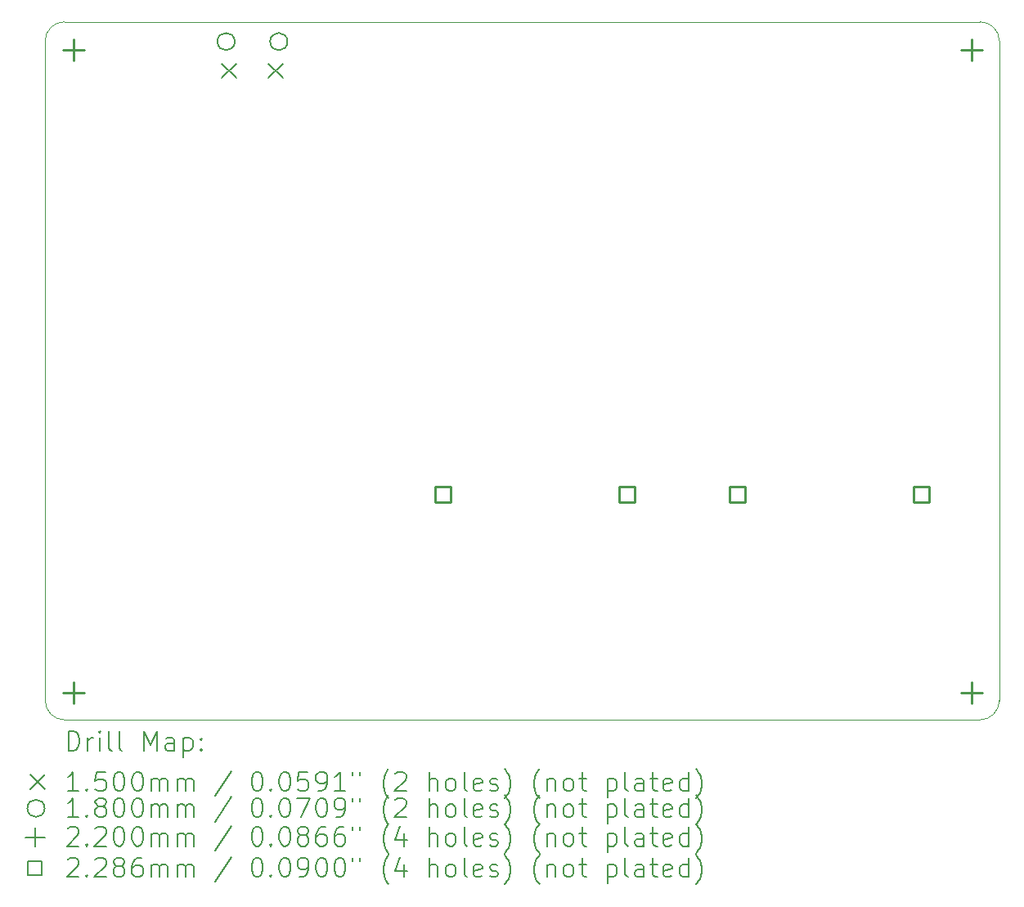
<source format=gbr>
%TF.GenerationSoftware,KiCad,Pcbnew,7.0.1*%
%TF.CreationDate,2023-06-02T18:37:56-05:00*%
%TF.ProjectId,PicoFeatherWingDuo,5069636f-4665-4617-9468-657257696e67,1*%
%TF.SameCoordinates,Original*%
%TF.FileFunction,Drillmap*%
%TF.FilePolarity,Positive*%
%FSLAX45Y45*%
G04 Gerber Fmt 4.5, Leading zero omitted, Abs format (unit mm)*
G04 Created by KiCad (PCBNEW 7.0.1) date 2023-06-02 18:37:56*
%MOMM*%
%LPD*%
G01*
G04 APERTURE LIST*
%ADD10C,0.100000*%
%ADD11C,0.200000*%
%ADD12C,0.150000*%
%ADD13C,0.180000*%
%ADD14C,0.220000*%
%ADD15C,0.228600*%
G04 APERTURE END LIST*
D10*
X13421421Y-3871421D02*
G75*
G03*
X13221421Y-4071421I-1J-199999D01*
G01*
X13421421Y-11098579D02*
X22898579Y-11098579D01*
X22898579Y-11098579D02*
G75*
G03*
X23098579Y-10898579I1J199999D01*
G01*
X23098579Y-10898579D02*
X23098579Y-4071421D01*
X23098579Y-4071421D02*
G75*
G03*
X22898579Y-3871421I-199999J1D01*
G01*
X13221421Y-4071421D02*
X13221421Y-10898579D01*
X13221421Y-10898579D02*
G75*
G03*
X13421421Y-11098579I199999J-1D01*
G01*
X22898579Y-3871421D02*
X13421421Y-3871421D01*
D11*
D12*
X15049500Y-4305000D02*
X15199500Y-4455000D01*
X15199500Y-4305000D02*
X15049500Y-4455000D01*
X15534500Y-4305000D02*
X15684500Y-4455000D01*
X15684500Y-4305000D02*
X15534500Y-4455000D01*
D13*
X15184500Y-4077000D02*
G75*
G03*
X15184500Y-4077000I-90000J0D01*
G01*
X15729500Y-4077000D02*
G75*
G03*
X15729500Y-4077000I-90000J0D01*
G01*
D14*
X13512800Y-4055600D02*
X13512800Y-4275600D01*
X13402800Y-4165600D02*
X13622800Y-4165600D01*
X13512800Y-10710400D02*
X13512800Y-10930400D01*
X13402800Y-10820400D02*
X13622800Y-10820400D01*
X22809200Y-4055600D02*
X22809200Y-4275600D01*
X22699200Y-4165600D02*
X22919200Y-4165600D01*
X22809200Y-10710400D02*
X22809200Y-10930400D01*
X22699200Y-10820400D02*
X22919200Y-10820400D01*
D15*
X17418043Y-8845043D02*
X17418043Y-8683397D01*
X17256397Y-8683397D01*
X17256397Y-8845043D01*
X17418043Y-8845043D01*
X19323043Y-8845043D02*
X19323043Y-8683397D01*
X19161397Y-8683397D01*
X19161397Y-8845043D01*
X19323043Y-8845043D01*
X20466043Y-8845043D02*
X20466043Y-8683397D01*
X20304397Y-8683397D01*
X20304397Y-8845043D01*
X20466043Y-8845043D01*
X22371043Y-8845043D02*
X22371043Y-8683397D01*
X22209397Y-8683397D01*
X22209397Y-8845043D01*
X22371043Y-8845043D01*
D11*
X13464040Y-11416102D02*
X13464040Y-11216102D01*
X13464040Y-11216102D02*
X13511659Y-11216102D01*
X13511659Y-11216102D02*
X13540231Y-11225626D01*
X13540231Y-11225626D02*
X13559278Y-11244674D01*
X13559278Y-11244674D02*
X13568802Y-11263721D01*
X13568802Y-11263721D02*
X13578326Y-11301817D01*
X13578326Y-11301817D02*
X13578326Y-11330388D01*
X13578326Y-11330388D02*
X13568802Y-11368483D01*
X13568802Y-11368483D02*
X13559278Y-11387531D01*
X13559278Y-11387531D02*
X13540231Y-11406579D01*
X13540231Y-11406579D02*
X13511659Y-11416102D01*
X13511659Y-11416102D02*
X13464040Y-11416102D01*
X13664040Y-11416102D02*
X13664040Y-11282769D01*
X13664040Y-11320864D02*
X13673564Y-11301817D01*
X13673564Y-11301817D02*
X13683088Y-11292293D01*
X13683088Y-11292293D02*
X13702136Y-11282769D01*
X13702136Y-11282769D02*
X13721183Y-11282769D01*
X13787850Y-11416102D02*
X13787850Y-11282769D01*
X13787850Y-11216102D02*
X13778326Y-11225626D01*
X13778326Y-11225626D02*
X13787850Y-11235150D01*
X13787850Y-11235150D02*
X13797374Y-11225626D01*
X13797374Y-11225626D02*
X13787850Y-11216102D01*
X13787850Y-11216102D02*
X13787850Y-11235150D01*
X13911659Y-11416102D02*
X13892612Y-11406579D01*
X13892612Y-11406579D02*
X13883088Y-11387531D01*
X13883088Y-11387531D02*
X13883088Y-11216102D01*
X14016421Y-11416102D02*
X13997374Y-11406579D01*
X13997374Y-11406579D02*
X13987850Y-11387531D01*
X13987850Y-11387531D02*
X13987850Y-11216102D01*
X14244993Y-11416102D02*
X14244993Y-11216102D01*
X14244993Y-11216102D02*
X14311659Y-11358959D01*
X14311659Y-11358959D02*
X14378326Y-11216102D01*
X14378326Y-11216102D02*
X14378326Y-11416102D01*
X14559278Y-11416102D02*
X14559278Y-11311340D01*
X14559278Y-11311340D02*
X14549755Y-11292293D01*
X14549755Y-11292293D02*
X14530707Y-11282769D01*
X14530707Y-11282769D02*
X14492612Y-11282769D01*
X14492612Y-11282769D02*
X14473564Y-11292293D01*
X14559278Y-11406579D02*
X14540231Y-11416102D01*
X14540231Y-11416102D02*
X14492612Y-11416102D01*
X14492612Y-11416102D02*
X14473564Y-11406579D01*
X14473564Y-11406579D02*
X14464040Y-11387531D01*
X14464040Y-11387531D02*
X14464040Y-11368483D01*
X14464040Y-11368483D02*
X14473564Y-11349436D01*
X14473564Y-11349436D02*
X14492612Y-11339912D01*
X14492612Y-11339912D02*
X14540231Y-11339912D01*
X14540231Y-11339912D02*
X14559278Y-11330388D01*
X14654517Y-11282769D02*
X14654517Y-11482769D01*
X14654517Y-11292293D02*
X14673564Y-11282769D01*
X14673564Y-11282769D02*
X14711659Y-11282769D01*
X14711659Y-11282769D02*
X14730707Y-11292293D01*
X14730707Y-11292293D02*
X14740231Y-11301817D01*
X14740231Y-11301817D02*
X14749755Y-11320864D01*
X14749755Y-11320864D02*
X14749755Y-11378007D01*
X14749755Y-11378007D02*
X14740231Y-11397055D01*
X14740231Y-11397055D02*
X14730707Y-11406579D01*
X14730707Y-11406579D02*
X14711659Y-11416102D01*
X14711659Y-11416102D02*
X14673564Y-11416102D01*
X14673564Y-11416102D02*
X14654517Y-11406579D01*
X14835469Y-11397055D02*
X14844993Y-11406579D01*
X14844993Y-11406579D02*
X14835469Y-11416102D01*
X14835469Y-11416102D02*
X14825945Y-11406579D01*
X14825945Y-11406579D02*
X14835469Y-11397055D01*
X14835469Y-11397055D02*
X14835469Y-11416102D01*
X14835469Y-11292293D02*
X14844993Y-11301817D01*
X14844993Y-11301817D02*
X14835469Y-11311340D01*
X14835469Y-11311340D02*
X14825945Y-11301817D01*
X14825945Y-11301817D02*
X14835469Y-11292293D01*
X14835469Y-11292293D02*
X14835469Y-11311340D01*
D12*
X13066421Y-11668579D02*
X13216421Y-11818579D01*
X13216421Y-11668579D02*
X13066421Y-11818579D01*
D11*
X13568802Y-11836102D02*
X13454517Y-11836102D01*
X13511659Y-11836102D02*
X13511659Y-11636102D01*
X13511659Y-11636102D02*
X13492612Y-11664674D01*
X13492612Y-11664674D02*
X13473564Y-11683721D01*
X13473564Y-11683721D02*
X13454517Y-11693245D01*
X13654517Y-11817055D02*
X13664040Y-11826579D01*
X13664040Y-11826579D02*
X13654517Y-11836102D01*
X13654517Y-11836102D02*
X13644993Y-11826579D01*
X13644993Y-11826579D02*
X13654517Y-11817055D01*
X13654517Y-11817055D02*
X13654517Y-11836102D01*
X13844993Y-11636102D02*
X13749755Y-11636102D01*
X13749755Y-11636102D02*
X13740231Y-11731340D01*
X13740231Y-11731340D02*
X13749755Y-11721817D01*
X13749755Y-11721817D02*
X13768802Y-11712293D01*
X13768802Y-11712293D02*
X13816421Y-11712293D01*
X13816421Y-11712293D02*
X13835469Y-11721817D01*
X13835469Y-11721817D02*
X13844993Y-11731340D01*
X13844993Y-11731340D02*
X13854517Y-11750388D01*
X13854517Y-11750388D02*
X13854517Y-11798007D01*
X13854517Y-11798007D02*
X13844993Y-11817055D01*
X13844993Y-11817055D02*
X13835469Y-11826579D01*
X13835469Y-11826579D02*
X13816421Y-11836102D01*
X13816421Y-11836102D02*
X13768802Y-11836102D01*
X13768802Y-11836102D02*
X13749755Y-11826579D01*
X13749755Y-11826579D02*
X13740231Y-11817055D01*
X13978326Y-11636102D02*
X13997374Y-11636102D01*
X13997374Y-11636102D02*
X14016421Y-11645626D01*
X14016421Y-11645626D02*
X14025945Y-11655150D01*
X14025945Y-11655150D02*
X14035469Y-11674198D01*
X14035469Y-11674198D02*
X14044993Y-11712293D01*
X14044993Y-11712293D02*
X14044993Y-11759912D01*
X14044993Y-11759912D02*
X14035469Y-11798007D01*
X14035469Y-11798007D02*
X14025945Y-11817055D01*
X14025945Y-11817055D02*
X14016421Y-11826579D01*
X14016421Y-11826579D02*
X13997374Y-11836102D01*
X13997374Y-11836102D02*
X13978326Y-11836102D01*
X13978326Y-11836102D02*
X13959278Y-11826579D01*
X13959278Y-11826579D02*
X13949755Y-11817055D01*
X13949755Y-11817055D02*
X13940231Y-11798007D01*
X13940231Y-11798007D02*
X13930707Y-11759912D01*
X13930707Y-11759912D02*
X13930707Y-11712293D01*
X13930707Y-11712293D02*
X13940231Y-11674198D01*
X13940231Y-11674198D02*
X13949755Y-11655150D01*
X13949755Y-11655150D02*
X13959278Y-11645626D01*
X13959278Y-11645626D02*
X13978326Y-11636102D01*
X14168802Y-11636102D02*
X14187850Y-11636102D01*
X14187850Y-11636102D02*
X14206898Y-11645626D01*
X14206898Y-11645626D02*
X14216421Y-11655150D01*
X14216421Y-11655150D02*
X14225945Y-11674198D01*
X14225945Y-11674198D02*
X14235469Y-11712293D01*
X14235469Y-11712293D02*
X14235469Y-11759912D01*
X14235469Y-11759912D02*
X14225945Y-11798007D01*
X14225945Y-11798007D02*
X14216421Y-11817055D01*
X14216421Y-11817055D02*
X14206898Y-11826579D01*
X14206898Y-11826579D02*
X14187850Y-11836102D01*
X14187850Y-11836102D02*
X14168802Y-11836102D01*
X14168802Y-11836102D02*
X14149755Y-11826579D01*
X14149755Y-11826579D02*
X14140231Y-11817055D01*
X14140231Y-11817055D02*
X14130707Y-11798007D01*
X14130707Y-11798007D02*
X14121183Y-11759912D01*
X14121183Y-11759912D02*
X14121183Y-11712293D01*
X14121183Y-11712293D02*
X14130707Y-11674198D01*
X14130707Y-11674198D02*
X14140231Y-11655150D01*
X14140231Y-11655150D02*
X14149755Y-11645626D01*
X14149755Y-11645626D02*
X14168802Y-11636102D01*
X14321183Y-11836102D02*
X14321183Y-11702769D01*
X14321183Y-11721817D02*
X14330707Y-11712293D01*
X14330707Y-11712293D02*
X14349755Y-11702769D01*
X14349755Y-11702769D02*
X14378326Y-11702769D01*
X14378326Y-11702769D02*
X14397374Y-11712293D01*
X14397374Y-11712293D02*
X14406898Y-11731340D01*
X14406898Y-11731340D02*
X14406898Y-11836102D01*
X14406898Y-11731340D02*
X14416421Y-11712293D01*
X14416421Y-11712293D02*
X14435469Y-11702769D01*
X14435469Y-11702769D02*
X14464040Y-11702769D01*
X14464040Y-11702769D02*
X14483088Y-11712293D01*
X14483088Y-11712293D02*
X14492612Y-11731340D01*
X14492612Y-11731340D02*
X14492612Y-11836102D01*
X14587850Y-11836102D02*
X14587850Y-11702769D01*
X14587850Y-11721817D02*
X14597374Y-11712293D01*
X14597374Y-11712293D02*
X14616421Y-11702769D01*
X14616421Y-11702769D02*
X14644993Y-11702769D01*
X14644993Y-11702769D02*
X14664040Y-11712293D01*
X14664040Y-11712293D02*
X14673564Y-11731340D01*
X14673564Y-11731340D02*
X14673564Y-11836102D01*
X14673564Y-11731340D02*
X14683088Y-11712293D01*
X14683088Y-11712293D02*
X14702136Y-11702769D01*
X14702136Y-11702769D02*
X14730707Y-11702769D01*
X14730707Y-11702769D02*
X14749755Y-11712293D01*
X14749755Y-11712293D02*
X14759279Y-11731340D01*
X14759279Y-11731340D02*
X14759279Y-11836102D01*
X15149755Y-11626579D02*
X14978326Y-11883721D01*
X15406898Y-11636102D02*
X15425945Y-11636102D01*
X15425945Y-11636102D02*
X15444993Y-11645626D01*
X15444993Y-11645626D02*
X15454517Y-11655150D01*
X15454517Y-11655150D02*
X15464041Y-11674198D01*
X15464041Y-11674198D02*
X15473564Y-11712293D01*
X15473564Y-11712293D02*
X15473564Y-11759912D01*
X15473564Y-11759912D02*
X15464041Y-11798007D01*
X15464041Y-11798007D02*
X15454517Y-11817055D01*
X15454517Y-11817055D02*
X15444993Y-11826579D01*
X15444993Y-11826579D02*
X15425945Y-11836102D01*
X15425945Y-11836102D02*
X15406898Y-11836102D01*
X15406898Y-11836102D02*
X15387850Y-11826579D01*
X15387850Y-11826579D02*
X15378326Y-11817055D01*
X15378326Y-11817055D02*
X15368802Y-11798007D01*
X15368802Y-11798007D02*
X15359279Y-11759912D01*
X15359279Y-11759912D02*
X15359279Y-11712293D01*
X15359279Y-11712293D02*
X15368802Y-11674198D01*
X15368802Y-11674198D02*
X15378326Y-11655150D01*
X15378326Y-11655150D02*
X15387850Y-11645626D01*
X15387850Y-11645626D02*
X15406898Y-11636102D01*
X15559279Y-11817055D02*
X15568802Y-11826579D01*
X15568802Y-11826579D02*
X15559279Y-11836102D01*
X15559279Y-11836102D02*
X15549755Y-11826579D01*
X15549755Y-11826579D02*
X15559279Y-11817055D01*
X15559279Y-11817055D02*
X15559279Y-11836102D01*
X15692612Y-11636102D02*
X15711660Y-11636102D01*
X15711660Y-11636102D02*
X15730707Y-11645626D01*
X15730707Y-11645626D02*
X15740231Y-11655150D01*
X15740231Y-11655150D02*
X15749755Y-11674198D01*
X15749755Y-11674198D02*
X15759279Y-11712293D01*
X15759279Y-11712293D02*
X15759279Y-11759912D01*
X15759279Y-11759912D02*
X15749755Y-11798007D01*
X15749755Y-11798007D02*
X15740231Y-11817055D01*
X15740231Y-11817055D02*
X15730707Y-11826579D01*
X15730707Y-11826579D02*
X15711660Y-11836102D01*
X15711660Y-11836102D02*
X15692612Y-11836102D01*
X15692612Y-11836102D02*
X15673564Y-11826579D01*
X15673564Y-11826579D02*
X15664041Y-11817055D01*
X15664041Y-11817055D02*
X15654517Y-11798007D01*
X15654517Y-11798007D02*
X15644993Y-11759912D01*
X15644993Y-11759912D02*
X15644993Y-11712293D01*
X15644993Y-11712293D02*
X15654517Y-11674198D01*
X15654517Y-11674198D02*
X15664041Y-11655150D01*
X15664041Y-11655150D02*
X15673564Y-11645626D01*
X15673564Y-11645626D02*
X15692612Y-11636102D01*
X15940231Y-11636102D02*
X15844993Y-11636102D01*
X15844993Y-11636102D02*
X15835469Y-11731340D01*
X15835469Y-11731340D02*
X15844993Y-11721817D01*
X15844993Y-11721817D02*
X15864041Y-11712293D01*
X15864041Y-11712293D02*
X15911660Y-11712293D01*
X15911660Y-11712293D02*
X15930707Y-11721817D01*
X15930707Y-11721817D02*
X15940231Y-11731340D01*
X15940231Y-11731340D02*
X15949755Y-11750388D01*
X15949755Y-11750388D02*
X15949755Y-11798007D01*
X15949755Y-11798007D02*
X15940231Y-11817055D01*
X15940231Y-11817055D02*
X15930707Y-11826579D01*
X15930707Y-11826579D02*
X15911660Y-11836102D01*
X15911660Y-11836102D02*
X15864041Y-11836102D01*
X15864041Y-11836102D02*
X15844993Y-11826579D01*
X15844993Y-11826579D02*
X15835469Y-11817055D01*
X16044993Y-11836102D02*
X16083088Y-11836102D01*
X16083088Y-11836102D02*
X16102136Y-11826579D01*
X16102136Y-11826579D02*
X16111660Y-11817055D01*
X16111660Y-11817055D02*
X16130707Y-11788483D01*
X16130707Y-11788483D02*
X16140231Y-11750388D01*
X16140231Y-11750388D02*
X16140231Y-11674198D01*
X16140231Y-11674198D02*
X16130707Y-11655150D01*
X16130707Y-11655150D02*
X16121183Y-11645626D01*
X16121183Y-11645626D02*
X16102136Y-11636102D01*
X16102136Y-11636102D02*
X16064041Y-11636102D01*
X16064041Y-11636102D02*
X16044993Y-11645626D01*
X16044993Y-11645626D02*
X16035469Y-11655150D01*
X16035469Y-11655150D02*
X16025945Y-11674198D01*
X16025945Y-11674198D02*
X16025945Y-11721817D01*
X16025945Y-11721817D02*
X16035469Y-11740864D01*
X16035469Y-11740864D02*
X16044993Y-11750388D01*
X16044993Y-11750388D02*
X16064041Y-11759912D01*
X16064041Y-11759912D02*
X16102136Y-11759912D01*
X16102136Y-11759912D02*
X16121183Y-11750388D01*
X16121183Y-11750388D02*
X16130707Y-11740864D01*
X16130707Y-11740864D02*
X16140231Y-11721817D01*
X16330707Y-11836102D02*
X16216422Y-11836102D01*
X16273564Y-11836102D02*
X16273564Y-11636102D01*
X16273564Y-11636102D02*
X16254517Y-11664674D01*
X16254517Y-11664674D02*
X16235469Y-11683721D01*
X16235469Y-11683721D02*
X16216422Y-11693245D01*
X16406898Y-11636102D02*
X16406898Y-11674198D01*
X16483088Y-11636102D02*
X16483088Y-11674198D01*
X16778327Y-11912293D02*
X16768803Y-11902769D01*
X16768803Y-11902769D02*
X16749755Y-11874198D01*
X16749755Y-11874198D02*
X16740231Y-11855150D01*
X16740231Y-11855150D02*
X16730707Y-11826579D01*
X16730707Y-11826579D02*
X16721184Y-11778959D01*
X16721184Y-11778959D02*
X16721184Y-11740864D01*
X16721184Y-11740864D02*
X16730707Y-11693245D01*
X16730707Y-11693245D02*
X16740231Y-11664674D01*
X16740231Y-11664674D02*
X16749755Y-11645626D01*
X16749755Y-11645626D02*
X16768803Y-11617055D01*
X16768803Y-11617055D02*
X16778327Y-11607531D01*
X16844993Y-11655150D02*
X16854517Y-11645626D01*
X16854517Y-11645626D02*
X16873565Y-11636102D01*
X16873565Y-11636102D02*
X16921184Y-11636102D01*
X16921184Y-11636102D02*
X16940231Y-11645626D01*
X16940231Y-11645626D02*
X16949755Y-11655150D01*
X16949755Y-11655150D02*
X16959279Y-11674198D01*
X16959279Y-11674198D02*
X16959279Y-11693245D01*
X16959279Y-11693245D02*
X16949755Y-11721817D01*
X16949755Y-11721817D02*
X16835469Y-11836102D01*
X16835469Y-11836102D02*
X16959279Y-11836102D01*
X17197374Y-11836102D02*
X17197374Y-11636102D01*
X17283088Y-11836102D02*
X17283088Y-11731340D01*
X17283088Y-11731340D02*
X17273565Y-11712293D01*
X17273565Y-11712293D02*
X17254517Y-11702769D01*
X17254517Y-11702769D02*
X17225946Y-11702769D01*
X17225946Y-11702769D02*
X17206898Y-11712293D01*
X17206898Y-11712293D02*
X17197374Y-11721817D01*
X17406898Y-11836102D02*
X17387850Y-11826579D01*
X17387850Y-11826579D02*
X17378327Y-11817055D01*
X17378327Y-11817055D02*
X17368803Y-11798007D01*
X17368803Y-11798007D02*
X17368803Y-11740864D01*
X17368803Y-11740864D02*
X17378327Y-11721817D01*
X17378327Y-11721817D02*
X17387850Y-11712293D01*
X17387850Y-11712293D02*
X17406898Y-11702769D01*
X17406898Y-11702769D02*
X17435469Y-11702769D01*
X17435469Y-11702769D02*
X17454517Y-11712293D01*
X17454517Y-11712293D02*
X17464041Y-11721817D01*
X17464041Y-11721817D02*
X17473565Y-11740864D01*
X17473565Y-11740864D02*
X17473565Y-11798007D01*
X17473565Y-11798007D02*
X17464041Y-11817055D01*
X17464041Y-11817055D02*
X17454517Y-11826579D01*
X17454517Y-11826579D02*
X17435469Y-11836102D01*
X17435469Y-11836102D02*
X17406898Y-11836102D01*
X17587850Y-11836102D02*
X17568803Y-11826579D01*
X17568803Y-11826579D02*
X17559279Y-11807531D01*
X17559279Y-11807531D02*
X17559279Y-11636102D01*
X17740231Y-11826579D02*
X17721184Y-11836102D01*
X17721184Y-11836102D02*
X17683088Y-11836102D01*
X17683088Y-11836102D02*
X17664041Y-11826579D01*
X17664041Y-11826579D02*
X17654517Y-11807531D01*
X17654517Y-11807531D02*
X17654517Y-11731340D01*
X17654517Y-11731340D02*
X17664041Y-11712293D01*
X17664041Y-11712293D02*
X17683088Y-11702769D01*
X17683088Y-11702769D02*
X17721184Y-11702769D01*
X17721184Y-11702769D02*
X17740231Y-11712293D01*
X17740231Y-11712293D02*
X17749755Y-11731340D01*
X17749755Y-11731340D02*
X17749755Y-11750388D01*
X17749755Y-11750388D02*
X17654517Y-11769436D01*
X17825946Y-11826579D02*
X17844993Y-11836102D01*
X17844993Y-11836102D02*
X17883088Y-11836102D01*
X17883088Y-11836102D02*
X17902136Y-11826579D01*
X17902136Y-11826579D02*
X17911660Y-11807531D01*
X17911660Y-11807531D02*
X17911660Y-11798007D01*
X17911660Y-11798007D02*
X17902136Y-11778959D01*
X17902136Y-11778959D02*
X17883088Y-11769436D01*
X17883088Y-11769436D02*
X17854517Y-11769436D01*
X17854517Y-11769436D02*
X17835469Y-11759912D01*
X17835469Y-11759912D02*
X17825946Y-11740864D01*
X17825946Y-11740864D02*
X17825946Y-11731340D01*
X17825946Y-11731340D02*
X17835469Y-11712293D01*
X17835469Y-11712293D02*
X17854517Y-11702769D01*
X17854517Y-11702769D02*
X17883088Y-11702769D01*
X17883088Y-11702769D02*
X17902136Y-11712293D01*
X17978327Y-11912293D02*
X17987850Y-11902769D01*
X17987850Y-11902769D02*
X18006898Y-11874198D01*
X18006898Y-11874198D02*
X18016422Y-11855150D01*
X18016422Y-11855150D02*
X18025946Y-11826579D01*
X18025946Y-11826579D02*
X18035469Y-11778959D01*
X18035469Y-11778959D02*
X18035469Y-11740864D01*
X18035469Y-11740864D02*
X18025946Y-11693245D01*
X18025946Y-11693245D02*
X18016422Y-11664674D01*
X18016422Y-11664674D02*
X18006898Y-11645626D01*
X18006898Y-11645626D02*
X17987850Y-11617055D01*
X17987850Y-11617055D02*
X17978327Y-11607531D01*
X18340231Y-11912293D02*
X18330708Y-11902769D01*
X18330708Y-11902769D02*
X18311660Y-11874198D01*
X18311660Y-11874198D02*
X18302136Y-11855150D01*
X18302136Y-11855150D02*
X18292612Y-11826579D01*
X18292612Y-11826579D02*
X18283089Y-11778959D01*
X18283089Y-11778959D02*
X18283089Y-11740864D01*
X18283089Y-11740864D02*
X18292612Y-11693245D01*
X18292612Y-11693245D02*
X18302136Y-11664674D01*
X18302136Y-11664674D02*
X18311660Y-11645626D01*
X18311660Y-11645626D02*
X18330708Y-11617055D01*
X18330708Y-11617055D02*
X18340231Y-11607531D01*
X18416422Y-11702769D02*
X18416422Y-11836102D01*
X18416422Y-11721817D02*
X18425946Y-11712293D01*
X18425946Y-11712293D02*
X18444993Y-11702769D01*
X18444993Y-11702769D02*
X18473565Y-11702769D01*
X18473565Y-11702769D02*
X18492612Y-11712293D01*
X18492612Y-11712293D02*
X18502136Y-11731340D01*
X18502136Y-11731340D02*
X18502136Y-11836102D01*
X18625946Y-11836102D02*
X18606898Y-11826579D01*
X18606898Y-11826579D02*
X18597374Y-11817055D01*
X18597374Y-11817055D02*
X18587850Y-11798007D01*
X18587850Y-11798007D02*
X18587850Y-11740864D01*
X18587850Y-11740864D02*
X18597374Y-11721817D01*
X18597374Y-11721817D02*
X18606898Y-11712293D01*
X18606898Y-11712293D02*
X18625946Y-11702769D01*
X18625946Y-11702769D02*
X18654517Y-11702769D01*
X18654517Y-11702769D02*
X18673565Y-11712293D01*
X18673565Y-11712293D02*
X18683089Y-11721817D01*
X18683089Y-11721817D02*
X18692612Y-11740864D01*
X18692612Y-11740864D02*
X18692612Y-11798007D01*
X18692612Y-11798007D02*
X18683089Y-11817055D01*
X18683089Y-11817055D02*
X18673565Y-11826579D01*
X18673565Y-11826579D02*
X18654517Y-11836102D01*
X18654517Y-11836102D02*
X18625946Y-11836102D01*
X18749755Y-11702769D02*
X18825946Y-11702769D01*
X18778327Y-11636102D02*
X18778327Y-11807531D01*
X18778327Y-11807531D02*
X18787850Y-11826579D01*
X18787850Y-11826579D02*
X18806898Y-11836102D01*
X18806898Y-11836102D02*
X18825946Y-11836102D01*
X19044993Y-11702769D02*
X19044993Y-11902769D01*
X19044993Y-11712293D02*
X19064041Y-11702769D01*
X19064041Y-11702769D02*
X19102136Y-11702769D01*
X19102136Y-11702769D02*
X19121184Y-11712293D01*
X19121184Y-11712293D02*
X19130708Y-11721817D01*
X19130708Y-11721817D02*
X19140231Y-11740864D01*
X19140231Y-11740864D02*
X19140231Y-11798007D01*
X19140231Y-11798007D02*
X19130708Y-11817055D01*
X19130708Y-11817055D02*
X19121184Y-11826579D01*
X19121184Y-11826579D02*
X19102136Y-11836102D01*
X19102136Y-11836102D02*
X19064041Y-11836102D01*
X19064041Y-11836102D02*
X19044993Y-11826579D01*
X19254517Y-11836102D02*
X19235470Y-11826579D01*
X19235470Y-11826579D02*
X19225946Y-11807531D01*
X19225946Y-11807531D02*
X19225946Y-11636102D01*
X19416422Y-11836102D02*
X19416422Y-11731340D01*
X19416422Y-11731340D02*
X19406898Y-11712293D01*
X19406898Y-11712293D02*
X19387851Y-11702769D01*
X19387851Y-11702769D02*
X19349755Y-11702769D01*
X19349755Y-11702769D02*
X19330708Y-11712293D01*
X19416422Y-11826579D02*
X19397374Y-11836102D01*
X19397374Y-11836102D02*
X19349755Y-11836102D01*
X19349755Y-11836102D02*
X19330708Y-11826579D01*
X19330708Y-11826579D02*
X19321184Y-11807531D01*
X19321184Y-11807531D02*
X19321184Y-11788483D01*
X19321184Y-11788483D02*
X19330708Y-11769436D01*
X19330708Y-11769436D02*
X19349755Y-11759912D01*
X19349755Y-11759912D02*
X19397374Y-11759912D01*
X19397374Y-11759912D02*
X19416422Y-11750388D01*
X19483089Y-11702769D02*
X19559279Y-11702769D01*
X19511660Y-11636102D02*
X19511660Y-11807531D01*
X19511660Y-11807531D02*
X19521184Y-11826579D01*
X19521184Y-11826579D02*
X19540231Y-11836102D01*
X19540231Y-11836102D02*
X19559279Y-11836102D01*
X19702136Y-11826579D02*
X19683089Y-11836102D01*
X19683089Y-11836102D02*
X19644993Y-11836102D01*
X19644993Y-11836102D02*
X19625946Y-11826579D01*
X19625946Y-11826579D02*
X19616422Y-11807531D01*
X19616422Y-11807531D02*
X19616422Y-11731340D01*
X19616422Y-11731340D02*
X19625946Y-11712293D01*
X19625946Y-11712293D02*
X19644993Y-11702769D01*
X19644993Y-11702769D02*
X19683089Y-11702769D01*
X19683089Y-11702769D02*
X19702136Y-11712293D01*
X19702136Y-11712293D02*
X19711660Y-11731340D01*
X19711660Y-11731340D02*
X19711660Y-11750388D01*
X19711660Y-11750388D02*
X19616422Y-11769436D01*
X19883089Y-11836102D02*
X19883089Y-11636102D01*
X19883089Y-11826579D02*
X19864041Y-11836102D01*
X19864041Y-11836102D02*
X19825946Y-11836102D01*
X19825946Y-11836102D02*
X19806898Y-11826579D01*
X19806898Y-11826579D02*
X19797374Y-11817055D01*
X19797374Y-11817055D02*
X19787851Y-11798007D01*
X19787851Y-11798007D02*
X19787851Y-11740864D01*
X19787851Y-11740864D02*
X19797374Y-11721817D01*
X19797374Y-11721817D02*
X19806898Y-11712293D01*
X19806898Y-11712293D02*
X19825946Y-11702769D01*
X19825946Y-11702769D02*
X19864041Y-11702769D01*
X19864041Y-11702769D02*
X19883089Y-11712293D01*
X19959279Y-11912293D02*
X19968803Y-11902769D01*
X19968803Y-11902769D02*
X19987851Y-11874198D01*
X19987851Y-11874198D02*
X19997374Y-11855150D01*
X19997374Y-11855150D02*
X20006898Y-11826579D01*
X20006898Y-11826579D02*
X20016422Y-11778959D01*
X20016422Y-11778959D02*
X20016422Y-11740864D01*
X20016422Y-11740864D02*
X20006898Y-11693245D01*
X20006898Y-11693245D02*
X19997374Y-11664674D01*
X19997374Y-11664674D02*
X19987851Y-11645626D01*
X19987851Y-11645626D02*
X19968803Y-11617055D01*
X19968803Y-11617055D02*
X19959279Y-11607531D01*
D13*
X13216421Y-12013579D02*
G75*
G03*
X13216421Y-12013579I-90000J0D01*
G01*
D11*
X13568802Y-12106102D02*
X13454517Y-12106102D01*
X13511659Y-12106102D02*
X13511659Y-11906102D01*
X13511659Y-11906102D02*
X13492612Y-11934674D01*
X13492612Y-11934674D02*
X13473564Y-11953721D01*
X13473564Y-11953721D02*
X13454517Y-11963245D01*
X13654517Y-12087055D02*
X13664040Y-12096579D01*
X13664040Y-12096579D02*
X13654517Y-12106102D01*
X13654517Y-12106102D02*
X13644993Y-12096579D01*
X13644993Y-12096579D02*
X13654517Y-12087055D01*
X13654517Y-12087055D02*
X13654517Y-12106102D01*
X13778326Y-11991817D02*
X13759278Y-11982293D01*
X13759278Y-11982293D02*
X13749755Y-11972769D01*
X13749755Y-11972769D02*
X13740231Y-11953721D01*
X13740231Y-11953721D02*
X13740231Y-11944198D01*
X13740231Y-11944198D02*
X13749755Y-11925150D01*
X13749755Y-11925150D02*
X13759278Y-11915626D01*
X13759278Y-11915626D02*
X13778326Y-11906102D01*
X13778326Y-11906102D02*
X13816421Y-11906102D01*
X13816421Y-11906102D02*
X13835469Y-11915626D01*
X13835469Y-11915626D02*
X13844993Y-11925150D01*
X13844993Y-11925150D02*
X13854517Y-11944198D01*
X13854517Y-11944198D02*
X13854517Y-11953721D01*
X13854517Y-11953721D02*
X13844993Y-11972769D01*
X13844993Y-11972769D02*
X13835469Y-11982293D01*
X13835469Y-11982293D02*
X13816421Y-11991817D01*
X13816421Y-11991817D02*
X13778326Y-11991817D01*
X13778326Y-11991817D02*
X13759278Y-12001340D01*
X13759278Y-12001340D02*
X13749755Y-12010864D01*
X13749755Y-12010864D02*
X13740231Y-12029912D01*
X13740231Y-12029912D02*
X13740231Y-12068007D01*
X13740231Y-12068007D02*
X13749755Y-12087055D01*
X13749755Y-12087055D02*
X13759278Y-12096579D01*
X13759278Y-12096579D02*
X13778326Y-12106102D01*
X13778326Y-12106102D02*
X13816421Y-12106102D01*
X13816421Y-12106102D02*
X13835469Y-12096579D01*
X13835469Y-12096579D02*
X13844993Y-12087055D01*
X13844993Y-12087055D02*
X13854517Y-12068007D01*
X13854517Y-12068007D02*
X13854517Y-12029912D01*
X13854517Y-12029912D02*
X13844993Y-12010864D01*
X13844993Y-12010864D02*
X13835469Y-12001340D01*
X13835469Y-12001340D02*
X13816421Y-11991817D01*
X13978326Y-11906102D02*
X13997374Y-11906102D01*
X13997374Y-11906102D02*
X14016421Y-11915626D01*
X14016421Y-11915626D02*
X14025945Y-11925150D01*
X14025945Y-11925150D02*
X14035469Y-11944198D01*
X14035469Y-11944198D02*
X14044993Y-11982293D01*
X14044993Y-11982293D02*
X14044993Y-12029912D01*
X14044993Y-12029912D02*
X14035469Y-12068007D01*
X14035469Y-12068007D02*
X14025945Y-12087055D01*
X14025945Y-12087055D02*
X14016421Y-12096579D01*
X14016421Y-12096579D02*
X13997374Y-12106102D01*
X13997374Y-12106102D02*
X13978326Y-12106102D01*
X13978326Y-12106102D02*
X13959278Y-12096579D01*
X13959278Y-12096579D02*
X13949755Y-12087055D01*
X13949755Y-12087055D02*
X13940231Y-12068007D01*
X13940231Y-12068007D02*
X13930707Y-12029912D01*
X13930707Y-12029912D02*
X13930707Y-11982293D01*
X13930707Y-11982293D02*
X13940231Y-11944198D01*
X13940231Y-11944198D02*
X13949755Y-11925150D01*
X13949755Y-11925150D02*
X13959278Y-11915626D01*
X13959278Y-11915626D02*
X13978326Y-11906102D01*
X14168802Y-11906102D02*
X14187850Y-11906102D01*
X14187850Y-11906102D02*
X14206898Y-11915626D01*
X14206898Y-11915626D02*
X14216421Y-11925150D01*
X14216421Y-11925150D02*
X14225945Y-11944198D01*
X14225945Y-11944198D02*
X14235469Y-11982293D01*
X14235469Y-11982293D02*
X14235469Y-12029912D01*
X14235469Y-12029912D02*
X14225945Y-12068007D01*
X14225945Y-12068007D02*
X14216421Y-12087055D01*
X14216421Y-12087055D02*
X14206898Y-12096579D01*
X14206898Y-12096579D02*
X14187850Y-12106102D01*
X14187850Y-12106102D02*
X14168802Y-12106102D01*
X14168802Y-12106102D02*
X14149755Y-12096579D01*
X14149755Y-12096579D02*
X14140231Y-12087055D01*
X14140231Y-12087055D02*
X14130707Y-12068007D01*
X14130707Y-12068007D02*
X14121183Y-12029912D01*
X14121183Y-12029912D02*
X14121183Y-11982293D01*
X14121183Y-11982293D02*
X14130707Y-11944198D01*
X14130707Y-11944198D02*
X14140231Y-11925150D01*
X14140231Y-11925150D02*
X14149755Y-11915626D01*
X14149755Y-11915626D02*
X14168802Y-11906102D01*
X14321183Y-12106102D02*
X14321183Y-11972769D01*
X14321183Y-11991817D02*
X14330707Y-11982293D01*
X14330707Y-11982293D02*
X14349755Y-11972769D01*
X14349755Y-11972769D02*
X14378326Y-11972769D01*
X14378326Y-11972769D02*
X14397374Y-11982293D01*
X14397374Y-11982293D02*
X14406898Y-12001340D01*
X14406898Y-12001340D02*
X14406898Y-12106102D01*
X14406898Y-12001340D02*
X14416421Y-11982293D01*
X14416421Y-11982293D02*
X14435469Y-11972769D01*
X14435469Y-11972769D02*
X14464040Y-11972769D01*
X14464040Y-11972769D02*
X14483088Y-11982293D01*
X14483088Y-11982293D02*
X14492612Y-12001340D01*
X14492612Y-12001340D02*
X14492612Y-12106102D01*
X14587850Y-12106102D02*
X14587850Y-11972769D01*
X14587850Y-11991817D02*
X14597374Y-11982293D01*
X14597374Y-11982293D02*
X14616421Y-11972769D01*
X14616421Y-11972769D02*
X14644993Y-11972769D01*
X14644993Y-11972769D02*
X14664040Y-11982293D01*
X14664040Y-11982293D02*
X14673564Y-12001340D01*
X14673564Y-12001340D02*
X14673564Y-12106102D01*
X14673564Y-12001340D02*
X14683088Y-11982293D01*
X14683088Y-11982293D02*
X14702136Y-11972769D01*
X14702136Y-11972769D02*
X14730707Y-11972769D01*
X14730707Y-11972769D02*
X14749755Y-11982293D01*
X14749755Y-11982293D02*
X14759279Y-12001340D01*
X14759279Y-12001340D02*
X14759279Y-12106102D01*
X15149755Y-11896579D02*
X14978326Y-12153721D01*
X15406898Y-11906102D02*
X15425945Y-11906102D01*
X15425945Y-11906102D02*
X15444993Y-11915626D01*
X15444993Y-11915626D02*
X15454517Y-11925150D01*
X15454517Y-11925150D02*
X15464041Y-11944198D01*
X15464041Y-11944198D02*
X15473564Y-11982293D01*
X15473564Y-11982293D02*
X15473564Y-12029912D01*
X15473564Y-12029912D02*
X15464041Y-12068007D01*
X15464041Y-12068007D02*
X15454517Y-12087055D01*
X15454517Y-12087055D02*
X15444993Y-12096579D01*
X15444993Y-12096579D02*
X15425945Y-12106102D01*
X15425945Y-12106102D02*
X15406898Y-12106102D01*
X15406898Y-12106102D02*
X15387850Y-12096579D01*
X15387850Y-12096579D02*
X15378326Y-12087055D01*
X15378326Y-12087055D02*
X15368802Y-12068007D01*
X15368802Y-12068007D02*
X15359279Y-12029912D01*
X15359279Y-12029912D02*
X15359279Y-11982293D01*
X15359279Y-11982293D02*
X15368802Y-11944198D01*
X15368802Y-11944198D02*
X15378326Y-11925150D01*
X15378326Y-11925150D02*
X15387850Y-11915626D01*
X15387850Y-11915626D02*
X15406898Y-11906102D01*
X15559279Y-12087055D02*
X15568802Y-12096579D01*
X15568802Y-12096579D02*
X15559279Y-12106102D01*
X15559279Y-12106102D02*
X15549755Y-12096579D01*
X15549755Y-12096579D02*
X15559279Y-12087055D01*
X15559279Y-12087055D02*
X15559279Y-12106102D01*
X15692612Y-11906102D02*
X15711660Y-11906102D01*
X15711660Y-11906102D02*
X15730707Y-11915626D01*
X15730707Y-11915626D02*
X15740231Y-11925150D01*
X15740231Y-11925150D02*
X15749755Y-11944198D01*
X15749755Y-11944198D02*
X15759279Y-11982293D01*
X15759279Y-11982293D02*
X15759279Y-12029912D01*
X15759279Y-12029912D02*
X15749755Y-12068007D01*
X15749755Y-12068007D02*
X15740231Y-12087055D01*
X15740231Y-12087055D02*
X15730707Y-12096579D01*
X15730707Y-12096579D02*
X15711660Y-12106102D01*
X15711660Y-12106102D02*
X15692612Y-12106102D01*
X15692612Y-12106102D02*
X15673564Y-12096579D01*
X15673564Y-12096579D02*
X15664041Y-12087055D01*
X15664041Y-12087055D02*
X15654517Y-12068007D01*
X15654517Y-12068007D02*
X15644993Y-12029912D01*
X15644993Y-12029912D02*
X15644993Y-11982293D01*
X15644993Y-11982293D02*
X15654517Y-11944198D01*
X15654517Y-11944198D02*
X15664041Y-11925150D01*
X15664041Y-11925150D02*
X15673564Y-11915626D01*
X15673564Y-11915626D02*
X15692612Y-11906102D01*
X15825945Y-11906102D02*
X15959279Y-11906102D01*
X15959279Y-11906102D02*
X15873564Y-12106102D01*
X16073564Y-11906102D02*
X16092612Y-11906102D01*
X16092612Y-11906102D02*
X16111660Y-11915626D01*
X16111660Y-11915626D02*
X16121183Y-11925150D01*
X16121183Y-11925150D02*
X16130707Y-11944198D01*
X16130707Y-11944198D02*
X16140231Y-11982293D01*
X16140231Y-11982293D02*
X16140231Y-12029912D01*
X16140231Y-12029912D02*
X16130707Y-12068007D01*
X16130707Y-12068007D02*
X16121183Y-12087055D01*
X16121183Y-12087055D02*
X16111660Y-12096579D01*
X16111660Y-12096579D02*
X16092612Y-12106102D01*
X16092612Y-12106102D02*
X16073564Y-12106102D01*
X16073564Y-12106102D02*
X16054517Y-12096579D01*
X16054517Y-12096579D02*
X16044993Y-12087055D01*
X16044993Y-12087055D02*
X16035469Y-12068007D01*
X16035469Y-12068007D02*
X16025945Y-12029912D01*
X16025945Y-12029912D02*
X16025945Y-11982293D01*
X16025945Y-11982293D02*
X16035469Y-11944198D01*
X16035469Y-11944198D02*
X16044993Y-11925150D01*
X16044993Y-11925150D02*
X16054517Y-11915626D01*
X16054517Y-11915626D02*
X16073564Y-11906102D01*
X16235469Y-12106102D02*
X16273564Y-12106102D01*
X16273564Y-12106102D02*
X16292612Y-12096579D01*
X16292612Y-12096579D02*
X16302136Y-12087055D01*
X16302136Y-12087055D02*
X16321183Y-12058483D01*
X16321183Y-12058483D02*
X16330707Y-12020388D01*
X16330707Y-12020388D02*
X16330707Y-11944198D01*
X16330707Y-11944198D02*
X16321183Y-11925150D01*
X16321183Y-11925150D02*
X16311660Y-11915626D01*
X16311660Y-11915626D02*
X16292612Y-11906102D01*
X16292612Y-11906102D02*
X16254517Y-11906102D01*
X16254517Y-11906102D02*
X16235469Y-11915626D01*
X16235469Y-11915626D02*
X16225945Y-11925150D01*
X16225945Y-11925150D02*
X16216422Y-11944198D01*
X16216422Y-11944198D02*
X16216422Y-11991817D01*
X16216422Y-11991817D02*
X16225945Y-12010864D01*
X16225945Y-12010864D02*
X16235469Y-12020388D01*
X16235469Y-12020388D02*
X16254517Y-12029912D01*
X16254517Y-12029912D02*
X16292612Y-12029912D01*
X16292612Y-12029912D02*
X16311660Y-12020388D01*
X16311660Y-12020388D02*
X16321183Y-12010864D01*
X16321183Y-12010864D02*
X16330707Y-11991817D01*
X16406898Y-11906102D02*
X16406898Y-11944198D01*
X16483088Y-11906102D02*
X16483088Y-11944198D01*
X16778327Y-12182293D02*
X16768803Y-12172769D01*
X16768803Y-12172769D02*
X16749755Y-12144198D01*
X16749755Y-12144198D02*
X16740231Y-12125150D01*
X16740231Y-12125150D02*
X16730707Y-12096579D01*
X16730707Y-12096579D02*
X16721184Y-12048959D01*
X16721184Y-12048959D02*
X16721184Y-12010864D01*
X16721184Y-12010864D02*
X16730707Y-11963245D01*
X16730707Y-11963245D02*
X16740231Y-11934674D01*
X16740231Y-11934674D02*
X16749755Y-11915626D01*
X16749755Y-11915626D02*
X16768803Y-11887055D01*
X16768803Y-11887055D02*
X16778327Y-11877531D01*
X16844993Y-11925150D02*
X16854517Y-11915626D01*
X16854517Y-11915626D02*
X16873565Y-11906102D01*
X16873565Y-11906102D02*
X16921184Y-11906102D01*
X16921184Y-11906102D02*
X16940231Y-11915626D01*
X16940231Y-11915626D02*
X16949755Y-11925150D01*
X16949755Y-11925150D02*
X16959279Y-11944198D01*
X16959279Y-11944198D02*
X16959279Y-11963245D01*
X16959279Y-11963245D02*
X16949755Y-11991817D01*
X16949755Y-11991817D02*
X16835469Y-12106102D01*
X16835469Y-12106102D02*
X16959279Y-12106102D01*
X17197374Y-12106102D02*
X17197374Y-11906102D01*
X17283088Y-12106102D02*
X17283088Y-12001340D01*
X17283088Y-12001340D02*
X17273565Y-11982293D01*
X17273565Y-11982293D02*
X17254517Y-11972769D01*
X17254517Y-11972769D02*
X17225946Y-11972769D01*
X17225946Y-11972769D02*
X17206898Y-11982293D01*
X17206898Y-11982293D02*
X17197374Y-11991817D01*
X17406898Y-12106102D02*
X17387850Y-12096579D01*
X17387850Y-12096579D02*
X17378327Y-12087055D01*
X17378327Y-12087055D02*
X17368803Y-12068007D01*
X17368803Y-12068007D02*
X17368803Y-12010864D01*
X17368803Y-12010864D02*
X17378327Y-11991817D01*
X17378327Y-11991817D02*
X17387850Y-11982293D01*
X17387850Y-11982293D02*
X17406898Y-11972769D01*
X17406898Y-11972769D02*
X17435469Y-11972769D01*
X17435469Y-11972769D02*
X17454517Y-11982293D01*
X17454517Y-11982293D02*
X17464041Y-11991817D01*
X17464041Y-11991817D02*
X17473565Y-12010864D01*
X17473565Y-12010864D02*
X17473565Y-12068007D01*
X17473565Y-12068007D02*
X17464041Y-12087055D01*
X17464041Y-12087055D02*
X17454517Y-12096579D01*
X17454517Y-12096579D02*
X17435469Y-12106102D01*
X17435469Y-12106102D02*
X17406898Y-12106102D01*
X17587850Y-12106102D02*
X17568803Y-12096579D01*
X17568803Y-12096579D02*
X17559279Y-12077531D01*
X17559279Y-12077531D02*
X17559279Y-11906102D01*
X17740231Y-12096579D02*
X17721184Y-12106102D01*
X17721184Y-12106102D02*
X17683088Y-12106102D01*
X17683088Y-12106102D02*
X17664041Y-12096579D01*
X17664041Y-12096579D02*
X17654517Y-12077531D01*
X17654517Y-12077531D02*
X17654517Y-12001340D01*
X17654517Y-12001340D02*
X17664041Y-11982293D01*
X17664041Y-11982293D02*
X17683088Y-11972769D01*
X17683088Y-11972769D02*
X17721184Y-11972769D01*
X17721184Y-11972769D02*
X17740231Y-11982293D01*
X17740231Y-11982293D02*
X17749755Y-12001340D01*
X17749755Y-12001340D02*
X17749755Y-12020388D01*
X17749755Y-12020388D02*
X17654517Y-12039436D01*
X17825946Y-12096579D02*
X17844993Y-12106102D01*
X17844993Y-12106102D02*
X17883088Y-12106102D01*
X17883088Y-12106102D02*
X17902136Y-12096579D01*
X17902136Y-12096579D02*
X17911660Y-12077531D01*
X17911660Y-12077531D02*
X17911660Y-12068007D01*
X17911660Y-12068007D02*
X17902136Y-12048959D01*
X17902136Y-12048959D02*
X17883088Y-12039436D01*
X17883088Y-12039436D02*
X17854517Y-12039436D01*
X17854517Y-12039436D02*
X17835469Y-12029912D01*
X17835469Y-12029912D02*
X17825946Y-12010864D01*
X17825946Y-12010864D02*
X17825946Y-12001340D01*
X17825946Y-12001340D02*
X17835469Y-11982293D01*
X17835469Y-11982293D02*
X17854517Y-11972769D01*
X17854517Y-11972769D02*
X17883088Y-11972769D01*
X17883088Y-11972769D02*
X17902136Y-11982293D01*
X17978327Y-12182293D02*
X17987850Y-12172769D01*
X17987850Y-12172769D02*
X18006898Y-12144198D01*
X18006898Y-12144198D02*
X18016422Y-12125150D01*
X18016422Y-12125150D02*
X18025946Y-12096579D01*
X18025946Y-12096579D02*
X18035469Y-12048959D01*
X18035469Y-12048959D02*
X18035469Y-12010864D01*
X18035469Y-12010864D02*
X18025946Y-11963245D01*
X18025946Y-11963245D02*
X18016422Y-11934674D01*
X18016422Y-11934674D02*
X18006898Y-11915626D01*
X18006898Y-11915626D02*
X17987850Y-11887055D01*
X17987850Y-11887055D02*
X17978327Y-11877531D01*
X18340231Y-12182293D02*
X18330708Y-12172769D01*
X18330708Y-12172769D02*
X18311660Y-12144198D01*
X18311660Y-12144198D02*
X18302136Y-12125150D01*
X18302136Y-12125150D02*
X18292612Y-12096579D01*
X18292612Y-12096579D02*
X18283089Y-12048959D01*
X18283089Y-12048959D02*
X18283089Y-12010864D01*
X18283089Y-12010864D02*
X18292612Y-11963245D01*
X18292612Y-11963245D02*
X18302136Y-11934674D01*
X18302136Y-11934674D02*
X18311660Y-11915626D01*
X18311660Y-11915626D02*
X18330708Y-11887055D01*
X18330708Y-11887055D02*
X18340231Y-11877531D01*
X18416422Y-11972769D02*
X18416422Y-12106102D01*
X18416422Y-11991817D02*
X18425946Y-11982293D01*
X18425946Y-11982293D02*
X18444993Y-11972769D01*
X18444993Y-11972769D02*
X18473565Y-11972769D01*
X18473565Y-11972769D02*
X18492612Y-11982293D01*
X18492612Y-11982293D02*
X18502136Y-12001340D01*
X18502136Y-12001340D02*
X18502136Y-12106102D01*
X18625946Y-12106102D02*
X18606898Y-12096579D01*
X18606898Y-12096579D02*
X18597374Y-12087055D01*
X18597374Y-12087055D02*
X18587850Y-12068007D01*
X18587850Y-12068007D02*
X18587850Y-12010864D01*
X18587850Y-12010864D02*
X18597374Y-11991817D01*
X18597374Y-11991817D02*
X18606898Y-11982293D01*
X18606898Y-11982293D02*
X18625946Y-11972769D01*
X18625946Y-11972769D02*
X18654517Y-11972769D01*
X18654517Y-11972769D02*
X18673565Y-11982293D01*
X18673565Y-11982293D02*
X18683089Y-11991817D01*
X18683089Y-11991817D02*
X18692612Y-12010864D01*
X18692612Y-12010864D02*
X18692612Y-12068007D01*
X18692612Y-12068007D02*
X18683089Y-12087055D01*
X18683089Y-12087055D02*
X18673565Y-12096579D01*
X18673565Y-12096579D02*
X18654517Y-12106102D01*
X18654517Y-12106102D02*
X18625946Y-12106102D01*
X18749755Y-11972769D02*
X18825946Y-11972769D01*
X18778327Y-11906102D02*
X18778327Y-12077531D01*
X18778327Y-12077531D02*
X18787850Y-12096579D01*
X18787850Y-12096579D02*
X18806898Y-12106102D01*
X18806898Y-12106102D02*
X18825946Y-12106102D01*
X19044993Y-11972769D02*
X19044993Y-12172769D01*
X19044993Y-11982293D02*
X19064041Y-11972769D01*
X19064041Y-11972769D02*
X19102136Y-11972769D01*
X19102136Y-11972769D02*
X19121184Y-11982293D01*
X19121184Y-11982293D02*
X19130708Y-11991817D01*
X19130708Y-11991817D02*
X19140231Y-12010864D01*
X19140231Y-12010864D02*
X19140231Y-12068007D01*
X19140231Y-12068007D02*
X19130708Y-12087055D01*
X19130708Y-12087055D02*
X19121184Y-12096579D01*
X19121184Y-12096579D02*
X19102136Y-12106102D01*
X19102136Y-12106102D02*
X19064041Y-12106102D01*
X19064041Y-12106102D02*
X19044993Y-12096579D01*
X19254517Y-12106102D02*
X19235470Y-12096579D01*
X19235470Y-12096579D02*
X19225946Y-12077531D01*
X19225946Y-12077531D02*
X19225946Y-11906102D01*
X19416422Y-12106102D02*
X19416422Y-12001340D01*
X19416422Y-12001340D02*
X19406898Y-11982293D01*
X19406898Y-11982293D02*
X19387851Y-11972769D01*
X19387851Y-11972769D02*
X19349755Y-11972769D01*
X19349755Y-11972769D02*
X19330708Y-11982293D01*
X19416422Y-12096579D02*
X19397374Y-12106102D01*
X19397374Y-12106102D02*
X19349755Y-12106102D01*
X19349755Y-12106102D02*
X19330708Y-12096579D01*
X19330708Y-12096579D02*
X19321184Y-12077531D01*
X19321184Y-12077531D02*
X19321184Y-12058483D01*
X19321184Y-12058483D02*
X19330708Y-12039436D01*
X19330708Y-12039436D02*
X19349755Y-12029912D01*
X19349755Y-12029912D02*
X19397374Y-12029912D01*
X19397374Y-12029912D02*
X19416422Y-12020388D01*
X19483089Y-11972769D02*
X19559279Y-11972769D01*
X19511660Y-11906102D02*
X19511660Y-12077531D01*
X19511660Y-12077531D02*
X19521184Y-12096579D01*
X19521184Y-12096579D02*
X19540231Y-12106102D01*
X19540231Y-12106102D02*
X19559279Y-12106102D01*
X19702136Y-12096579D02*
X19683089Y-12106102D01*
X19683089Y-12106102D02*
X19644993Y-12106102D01*
X19644993Y-12106102D02*
X19625946Y-12096579D01*
X19625946Y-12096579D02*
X19616422Y-12077531D01*
X19616422Y-12077531D02*
X19616422Y-12001340D01*
X19616422Y-12001340D02*
X19625946Y-11982293D01*
X19625946Y-11982293D02*
X19644993Y-11972769D01*
X19644993Y-11972769D02*
X19683089Y-11972769D01*
X19683089Y-11972769D02*
X19702136Y-11982293D01*
X19702136Y-11982293D02*
X19711660Y-12001340D01*
X19711660Y-12001340D02*
X19711660Y-12020388D01*
X19711660Y-12020388D02*
X19616422Y-12039436D01*
X19883089Y-12106102D02*
X19883089Y-11906102D01*
X19883089Y-12096579D02*
X19864041Y-12106102D01*
X19864041Y-12106102D02*
X19825946Y-12106102D01*
X19825946Y-12106102D02*
X19806898Y-12096579D01*
X19806898Y-12096579D02*
X19797374Y-12087055D01*
X19797374Y-12087055D02*
X19787851Y-12068007D01*
X19787851Y-12068007D02*
X19787851Y-12010864D01*
X19787851Y-12010864D02*
X19797374Y-11991817D01*
X19797374Y-11991817D02*
X19806898Y-11982293D01*
X19806898Y-11982293D02*
X19825946Y-11972769D01*
X19825946Y-11972769D02*
X19864041Y-11972769D01*
X19864041Y-11972769D02*
X19883089Y-11982293D01*
X19959279Y-12182293D02*
X19968803Y-12172769D01*
X19968803Y-12172769D02*
X19987851Y-12144198D01*
X19987851Y-12144198D02*
X19997374Y-12125150D01*
X19997374Y-12125150D02*
X20006898Y-12096579D01*
X20006898Y-12096579D02*
X20016422Y-12048959D01*
X20016422Y-12048959D02*
X20016422Y-12010864D01*
X20016422Y-12010864D02*
X20006898Y-11963245D01*
X20006898Y-11963245D02*
X19997374Y-11934674D01*
X19997374Y-11934674D02*
X19987851Y-11915626D01*
X19987851Y-11915626D02*
X19968803Y-11887055D01*
X19968803Y-11887055D02*
X19959279Y-11877531D01*
X13116421Y-12213579D02*
X13116421Y-12413579D01*
X13016421Y-12313579D02*
X13216421Y-12313579D01*
X13454517Y-12225150D02*
X13464040Y-12215626D01*
X13464040Y-12215626D02*
X13483088Y-12206102D01*
X13483088Y-12206102D02*
X13530707Y-12206102D01*
X13530707Y-12206102D02*
X13549755Y-12215626D01*
X13549755Y-12215626D02*
X13559278Y-12225150D01*
X13559278Y-12225150D02*
X13568802Y-12244198D01*
X13568802Y-12244198D02*
X13568802Y-12263245D01*
X13568802Y-12263245D02*
X13559278Y-12291817D01*
X13559278Y-12291817D02*
X13444993Y-12406102D01*
X13444993Y-12406102D02*
X13568802Y-12406102D01*
X13654517Y-12387055D02*
X13664040Y-12396579D01*
X13664040Y-12396579D02*
X13654517Y-12406102D01*
X13654517Y-12406102D02*
X13644993Y-12396579D01*
X13644993Y-12396579D02*
X13654517Y-12387055D01*
X13654517Y-12387055D02*
X13654517Y-12406102D01*
X13740231Y-12225150D02*
X13749755Y-12215626D01*
X13749755Y-12215626D02*
X13768802Y-12206102D01*
X13768802Y-12206102D02*
X13816421Y-12206102D01*
X13816421Y-12206102D02*
X13835469Y-12215626D01*
X13835469Y-12215626D02*
X13844993Y-12225150D01*
X13844993Y-12225150D02*
X13854517Y-12244198D01*
X13854517Y-12244198D02*
X13854517Y-12263245D01*
X13854517Y-12263245D02*
X13844993Y-12291817D01*
X13844993Y-12291817D02*
X13730707Y-12406102D01*
X13730707Y-12406102D02*
X13854517Y-12406102D01*
X13978326Y-12206102D02*
X13997374Y-12206102D01*
X13997374Y-12206102D02*
X14016421Y-12215626D01*
X14016421Y-12215626D02*
X14025945Y-12225150D01*
X14025945Y-12225150D02*
X14035469Y-12244198D01*
X14035469Y-12244198D02*
X14044993Y-12282293D01*
X14044993Y-12282293D02*
X14044993Y-12329912D01*
X14044993Y-12329912D02*
X14035469Y-12368007D01*
X14035469Y-12368007D02*
X14025945Y-12387055D01*
X14025945Y-12387055D02*
X14016421Y-12396579D01*
X14016421Y-12396579D02*
X13997374Y-12406102D01*
X13997374Y-12406102D02*
X13978326Y-12406102D01*
X13978326Y-12406102D02*
X13959278Y-12396579D01*
X13959278Y-12396579D02*
X13949755Y-12387055D01*
X13949755Y-12387055D02*
X13940231Y-12368007D01*
X13940231Y-12368007D02*
X13930707Y-12329912D01*
X13930707Y-12329912D02*
X13930707Y-12282293D01*
X13930707Y-12282293D02*
X13940231Y-12244198D01*
X13940231Y-12244198D02*
X13949755Y-12225150D01*
X13949755Y-12225150D02*
X13959278Y-12215626D01*
X13959278Y-12215626D02*
X13978326Y-12206102D01*
X14168802Y-12206102D02*
X14187850Y-12206102D01*
X14187850Y-12206102D02*
X14206898Y-12215626D01*
X14206898Y-12215626D02*
X14216421Y-12225150D01*
X14216421Y-12225150D02*
X14225945Y-12244198D01*
X14225945Y-12244198D02*
X14235469Y-12282293D01*
X14235469Y-12282293D02*
X14235469Y-12329912D01*
X14235469Y-12329912D02*
X14225945Y-12368007D01*
X14225945Y-12368007D02*
X14216421Y-12387055D01*
X14216421Y-12387055D02*
X14206898Y-12396579D01*
X14206898Y-12396579D02*
X14187850Y-12406102D01*
X14187850Y-12406102D02*
X14168802Y-12406102D01*
X14168802Y-12406102D02*
X14149755Y-12396579D01*
X14149755Y-12396579D02*
X14140231Y-12387055D01*
X14140231Y-12387055D02*
X14130707Y-12368007D01*
X14130707Y-12368007D02*
X14121183Y-12329912D01*
X14121183Y-12329912D02*
X14121183Y-12282293D01*
X14121183Y-12282293D02*
X14130707Y-12244198D01*
X14130707Y-12244198D02*
X14140231Y-12225150D01*
X14140231Y-12225150D02*
X14149755Y-12215626D01*
X14149755Y-12215626D02*
X14168802Y-12206102D01*
X14321183Y-12406102D02*
X14321183Y-12272769D01*
X14321183Y-12291817D02*
X14330707Y-12282293D01*
X14330707Y-12282293D02*
X14349755Y-12272769D01*
X14349755Y-12272769D02*
X14378326Y-12272769D01*
X14378326Y-12272769D02*
X14397374Y-12282293D01*
X14397374Y-12282293D02*
X14406898Y-12301340D01*
X14406898Y-12301340D02*
X14406898Y-12406102D01*
X14406898Y-12301340D02*
X14416421Y-12282293D01*
X14416421Y-12282293D02*
X14435469Y-12272769D01*
X14435469Y-12272769D02*
X14464040Y-12272769D01*
X14464040Y-12272769D02*
X14483088Y-12282293D01*
X14483088Y-12282293D02*
X14492612Y-12301340D01*
X14492612Y-12301340D02*
X14492612Y-12406102D01*
X14587850Y-12406102D02*
X14587850Y-12272769D01*
X14587850Y-12291817D02*
X14597374Y-12282293D01*
X14597374Y-12282293D02*
X14616421Y-12272769D01*
X14616421Y-12272769D02*
X14644993Y-12272769D01*
X14644993Y-12272769D02*
X14664040Y-12282293D01*
X14664040Y-12282293D02*
X14673564Y-12301340D01*
X14673564Y-12301340D02*
X14673564Y-12406102D01*
X14673564Y-12301340D02*
X14683088Y-12282293D01*
X14683088Y-12282293D02*
X14702136Y-12272769D01*
X14702136Y-12272769D02*
X14730707Y-12272769D01*
X14730707Y-12272769D02*
X14749755Y-12282293D01*
X14749755Y-12282293D02*
X14759279Y-12301340D01*
X14759279Y-12301340D02*
X14759279Y-12406102D01*
X15149755Y-12196579D02*
X14978326Y-12453721D01*
X15406898Y-12206102D02*
X15425945Y-12206102D01*
X15425945Y-12206102D02*
X15444993Y-12215626D01*
X15444993Y-12215626D02*
X15454517Y-12225150D01*
X15454517Y-12225150D02*
X15464041Y-12244198D01*
X15464041Y-12244198D02*
X15473564Y-12282293D01*
X15473564Y-12282293D02*
X15473564Y-12329912D01*
X15473564Y-12329912D02*
X15464041Y-12368007D01*
X15464041Y-12368007D02*
X15454517Y-12387055D01*
X15454517Y-12387055D02*
X15444993Y-12396579D01*
X15444993Y-12396579D02*
X15425945Y-12406102D01*
X15425945Y-12406102D02*
X15406898Y-12406102D01*
X15406898Y-12406102D02*
X15387850Y-12396579D01*
X15387850Y-12396579D02*
X15378326Y-12387055D01*
X15378326Y-12387055D02*
X15368802Y-12368007D01*
X15368802Y-12368007D02*
X15359279Y-12329912D01*
X15359279Y-12329912D02*
X15359279Y-12282293D01*
X15359279Y-12282293D02*
X15368802Y-12244198D01*
X15368802Y-12244198D02*
X15378326Y-12225150D01*
X15378326Y-12225150D02*
X15387850Y-12215626D01*
X15387850Y-12215626D02*
X15406898Y-12206102D01*
X15559279Y-12387055D02*
X15568802Y-12396579D01*
X15568802Y-12396579D02*
X15559279Y-12406102D01*
X15559279Y-12406102D02*
X15549755Y-12396579D01*
X15549755Y-12396579D02*
X15559279Y-12387055D01*
X15559279Y-12387055D02*
X15559279Y-12406102D01*
X15692612Y-12206102D02*
X15711660Y-12206102D01*
X15711660Y-12206102D02*
X15730707Y-12215626D01*
X15730707Y-12215626D02*
X15740231Y-12225150D01*
X15740231Y-12225150D02*
X15749755Y-12244198D01*
X15749755Y-12244198D02*
X15759279Y-12282293D01*
X15759279Y-12282293D02*
X15759279Y-12329912D01*
X15759279Y-12329912D02*
X15749755Y-12368007D01*
X15749755Y-12368007D02*
X15740231Y-12387055D01*
X15740231Y-12387055D02*
X15730707Y-12396579D01*
X15730707Y-12396579D02*
X15711660Y-12406102D01*
X15711660Y-12406102D02*
X15692612Y-12406102D01*
X15692612Y-12406102D02*
X15673564Y-12396579D01*
X15673564Y-12396579D02*
X15664041Y-12387055D01*
X15664041Y-12387055D02*
X15654517Y-12368007D01*
X15654517Y-12368007D02*
X15644993Y-12329912D01*
X15644993Y-12329912D02*
X15644993Y-12282293D01*
X15644993Y-12282293D02*
X15654517Y-12244198D01*
X15654517Y-12244198D02*
X15664041Y-12225150D01*
X15664041Y-12225150D02*
X15673564Y-12215626D01*
X15673564Y-12215626D02*
X15692612Y-12206102D01*
X15873564Y-12291817D02*
X15854517Y-12282293D01*
X15854517Y-12282293D02*
X15844993Y-12272769D01*
X15844993Y-12272769D02*
X15835469Y-12253721D01*
X15835469Y-12253721D02*
X15835469Y-12244198D01*
X15835469Y-12244198D02*
X15844993Y-12225150D01*
X15844993Y-12225150D02*
X15854517Y-12215626D01*
X15854517Y-12215626D02*
X15873564Y-12206102D01*
X15873564Y-12206102D02*
X15911660Y-12206102D01*
X15911660Y-12206102D02*
X15930707Y-12215626D01*
X15930707Y-12215626D02*
X15940231Y-12225150D01*
X15940231Y-12225150D02*
X15949755Y-12244198D01*
X15949755Y-12244198D02*
X15949755Y-12253721D01*
X15949755Y-12253721D02*
X15940231Y-12272769D01*
X15940231Y-12272769D02*
X15930707Y-12282293D01*
X15930707Y-12282293D02*
X15911660Y-12291817D01*
X15911660Y-12291817D02*
X15873564Y-12291817D01*
X15873564Y-12291817D02*
X15854517Y-12301340D01*
X15854517Y-12301340D02*
X15844993Y-12310864D01*
X15844993Y-12310864D02*
X15835469Y-12329912D01*
X15835469Y-12329912D02*
X15835469Y-12368007D01*
X15835469Y-12368007D02*
X15844993Y-12387055D01*
X15844993Y-12387055D02*
X15854517Y-12396579D01*
X15854517Y-12396579D02*
X15873564Y-12406102D01*
X15873564Y-12406102D02*
X15911660Y-12406102D01*
X15911660Y-12406102D02*
X15930707Y-12396579D01*
X15930707Y-12396579D02*
X15940231Y-12387055D01*
X15940231Y-12387055D02*
X15949755Y-12368007D01*
X15949755Y-12368007D02*
X15949755Y-12329912D01*
X15949755Y-12329912D02*
X15940231Y-12310864D01*
X15940231Y-12310864D02*
X15930707Y-12301340D01*
X15930707Y-12301340D02*
X15911660Y-12291817D01*
X16121183Y-12206102D02*
X16083088Y-12206102D01*
X16083088Y-12206102D02*
X16064041Y-12215626D01*
X16064041Y-12215626D02*
X16054517Y-12225150D01*
X16054517Y-12225150D02*
X16035469Y-12253721D01*
X16035469Y-12253721D02*
X16025945Y-12291817D01*
X16025945Y-12291817D02*
X16025945Y-12368007D01*
X16025945Y-12368007D02*
X16035469Y-12387055D01*
X16035469Y-12387055D02*
X16044993Y-12396579D01*
X16044993Y-12396579D02*
X16064041Y-12406102D01*
X16064041Y-12406102D02*
X16102136Y-12406102D01*
X16102136Y-12406102D02*
X16121183Y-12396579D01*
X16121183Y-12396579D02*
X16130707Y-12387055D01*
X16130707Y-12387055D02*
X16140231Y-12368007D01*
X16140231Y-12368007D02*
X16140231Y-12320388D01*
X16140231Y-12320388D02*
X16130707Y-12301340D01*
X16130707Y-12301340D02*
X16121183Y-12291817D01*
X16121183Y-12291817D02*
X16102136Y-12282293D01*
X16102136Y-12282293D02*
X16064041Y-12282293D01*
X16064041Y-12282293D02*
X16044993Y-12291817D01*
X16044993Y-12291817D02*
X16035469Y-12301340D01*
X16035469Y-12301340D02*
X16025945Y-12320388D01*
X16311660Y-12206102D02*
X16273564Y-12206102D01*
X16273564Y-12206102D02*
X16254517Y-12215626D01*
X16254517Y-12215626D02*
X16244993Y-12225150D01*
X16244993Y-12225150D02*
X16225945Y-12253721D01*
X16225945Y-12253721D02*
X16216422Y-12291817D01*
X16216422Y-12291817D02*
X16216422Y-12368007D01*
X16216422Y-12368007D02*
X16225945Y-12387055D01*
X16225945Y-12387055D02*
X16235469Y-12396579D01*
X16235469Y-12396579D02*
X16254517Y-12406102D01*
X16254517Y-12406102D02*
X16292612Y-12406102D01*
X16292612Y-12406102D02*
X16311660Y-12396579D01*
X16311660Y-12396579D02*
X16321183Y-12387055D01*
X16321183Y-12387055D02*
X16330707Y-12368007D01*
X16330707Y-12368007D02*
X16330707Y-12320388D01*
X16330707Y-12320388D02*
X16321183Y-12301340D01*
X16321183Y-12301340D02*
X16311660Y-12291817D01*
X16311660Y-12291817D02*
X16292612Y-12282293D01*
X16292612Y-12282293D02*
X16254517Y-12282293D01*
X16254517Y-12282293D02*
X16235469Y-12291817D01*
X16235469Y-12291817D02*
X16225945Y-12301340D01*
X16225945Y-12301340D02*
X16216422Y-12320388D01*
X16406898Y-12206102D02*
X16406898Y-12244198D01*
X16483088Y-12206102D02*
X16483088Y-12244198D01*
X16778327Y-12482293D02*
X16768803Y-12472769D01*
X16768803Y-12472769D02*
X16749755Y-12444198D01*
X16749755Y-12444198D02*
X16740231Y-12425150D01*
X16740231Y-12425150D02*
X16730707Y-12396579D01*
X16730707Y-12396579D02*
X16721184Y-12348959D01*
X16721184Y-12348959D02*
X16721184Y-12310864D01*
X16721184Y-12310864D02*
X16730707Y-12263245D01*
X16730707Y-12263245D02*
X16740231Y-12234674D01*
X16740231Y-12234674D02*
X16749755Y-12215626D01*
X16749755Y-12215626D02*
X16768803Y-12187055D01*
X16768803Y-12187055D02*
X16778327Y-12177531D01*
X16940231Y-12272769D02*
X16940231Y-12406102D01*
X16892612Y-12196579D02*
X16844993Y-12339436D01*
X16844993Y-12339436D02*
X16968803Y-12339436D01*
X17197374Y-12406102D02*
X17197374Y-12206102D01*
X17283088Y-12406102D02*
X17283088Y-12301340D01*
X17283088Y-12301340D02*
X17273565Y-12282293D01*
X17273565Y-12282293D02*
X17254517Y-12272769D01*
X17254517Y-12272769D02*
X17225946Y-12272769D01*
X17225946Y-12272769D02*
X17206898Y-12282293D01*
X17206898Y-12282293D02*
X17197374Y-12291817D01*
X17406898Y-12406102D02*
X17387850Y-12396579D01*
X17387850Y-12396579D02*
X17378327Y-12387055D01*
X17378327Y-12387055D02*
X17368803Y-12368007D01*
X17368803Y-12368007D02*
X17368803Y-12310864D01*
X17368803Y-12310864D02*
X17378327Y-12291817D01*
X17378327Y-12291817D02*
X17387850Y-12282293D01*
X17387850Y-12282293D02*
X17406898Y-12272769D01*
X17406898Y-12272769D02*
X17435469Y-12272769D01*
X17435469Y-12272769D02*
X17454517Y-12282293D01*
X17454517Y-12282293D02*
X17464041Y-12291817D01*
X17464041Y-12291817D02*
X17473565Y-12310864D01*
X17473565Y-12310864D02*
X17473565Y-12368007D01*
X17473565Y-12368007D02*
X17464041Y-12387055D01*
X17464041Y-12387055D02*
X17454517Y-12396579D01*
X17454517Y-12396579D02*
X17435469Y-12406102D01*
X17435469Y-12406102D02*
X17406898Y-12406102D01*
X17587850Y-12406102D02*
X17568803Y-12396579D01*
X17568803Y-12396579D02*
X17559279Y-12377531D01*
X17559279Y-12377531D02*
X17559279Y-12206102D01*
X17740231Y-12396579D02*
X17721184Y-12406102D01*
X17721184Y-12406102D02*
X17683088Y-12406102D01*
X17683088Y-12406102D02*
X17664041Y-12396579D01*
X17664041Y-12396579D02*
X17654517Y-12377531D01*
X17654517Y-12377531D02*
X17654517Y-12301340D01*
X17654517Y-12301340D02*
X17664041Y-12282293D01*
X17664041Y-12282293D02*
X17683088Y-12272769D01*
X17683088Y-12272769D02*
X17721184Y-12272769D01*
X17721184Y-12272769D02*
X17740231Y-12282293D01*
X17740231Y-12282293D02*
X17749755Y-12301340D01*
X17749755Y-12301340D02*
X17749755Y-12320388D01*
X17749755Y-12320388D02*
X17654517Y-12339436D01*
X17825946Y-12396579D02*
X17844993Y-12406102D01*
X17844993Y-12406102D02*
X17883088Y-12406102D01*
X17883088Y-12406102D02*
X17902136Y-12396579D01*
X17902136Y-12396579D02*
X17911660Y-12377531D01*
X17911660Y-12377531D02*
X17911660Y-12368007D01*
X17911660Y-12368007D02*
X17902136Y-12348959D01*
X17902136Y-12348959D02*
X17883088Y-12339436D01*
X17883088Y-12339436D02*
X17854517Y-12339436D01*
X17854517Y-12339436D02*
X17835469Y-12329912D01*
X17835469Y-12329912D02*
X17825946Y-12310864D01*
X17825946Y-12310864D02*
X17825946Y-12301340D01*
X17825946Y-12301340D02*
X17835469Y-12282293D01*
X17835469Y-12282293D02*
X17854517Y-12272769D01*
X17854517Y-12272769D02*
X17883088Y-12272769D01*
X17883088Y-12272769D02*
X17902136Y-12282293D01*
X17978327Y-12482293D02*
X17987850Y-12472769D01*
X17987850Y-12472769D02*
X18006898Y-12444198D01*
X18006898Y-12444198D02*
X18016422Y-12425150D01*
X18016422Y-12425150D02*
X18025946Y-12396579D01*
X18025946Y-12396579D02*
X18035469Y-12348959D01*
X18035469Y-12348959D02*
X18035469Y-12310864D01*
X18035469Y-12310864D02*
X18025946Y-12263245D01*
X18025946Y-12263245D02*
X18016422Y-12234674D01*
X18016422Y-12234674D02*
X18006898Y-12215626D01*
X18006898Y-12215626D02*
X17987850Y-12187055D01*
X17987850Y-12187055D02*
X17978327Y-12177531D01*
X18340231Y-12482293D02*
X18330708Y-12472769D01*
X18330708Y-12472769D02*
X18311660Y-12444198D01*
X18311660Y-12444198D02*
X18302136Y-12425150D01*
X18302136Y-12425150D02*
X18292612Y-12396579D01*
X18292612Y-12396579D02*
X18283089Y-12348959D01*
X18283089Y-12348959D02*
X18283089Y-12310864D01*
X18283089Y-12310864D02*
X18292612Y-12263245D01*
X18292612Y-12263245D02*
X18302136Y-12234674D01*
X18302136Y-12234674D02*
X18311660Y-12215626D01*
X18311660Y-12215626D02*
X18330708Y-12187055D01*
X18330708Y-12187055D02*
X18340231Y-12177531D01*
X18416422Y-12272769D02*
X18416422Y-12406102D01*
X18416422Y-12291817D02*
X18425946Y-12282293D01*
X18425946Y-12282293D02*
X18444993Y-12272769D01*
X18444993Y-12272769D02*
X18473565Y-12272769D01*
X18473565Y-12272769D02*
X18492612Y-12282293D01*
X18492612Y-12282293D02*
X18502136Y-12301340D01*
X18502136Y-12301340D02*
X18502136Y-12406102D01*
X18625946Y-12406102D02*
X18606898Y-12396579D01*
X18606898Y-12396579D02*
X18597374Y-12387055D01*
X18597374Y-12387055D02*
X18587850Y-12368007D01*
X18587850Y-12368007D02*
X18587850Y-12310864D01*
X18587850Y-12310864D02*
X18597374Y-12291817D01*
X18597374Y-12291817D02*
X18606898Y-12282293D01*
X18606898Y-12282293D02*
X18625946Y-12272769D01*
X18625946Y-12272769D02*
X18654517Y-12272769D01*
X18654517Y-12272769D02*
X18673565Y-12282293D01*
X18673565Y-12282293D02*
X18683089Y-12291817D01*
X18683089Y-12291817D02*
X18692612Y-12310864D01*
X18692612Y-12310864D02*
X18692612Y-12368007D01*
X18692612Y-12368007D02*
X18683089Y-12387055D01*
X18683089Y-12387055D02*
X18673565Y-12396579D01*
X18673565Y-12396579D02*
X18654517Y-12406102D01*
X18654517Y-12406102D02*
X18625946Y-12406102D01*
X18749755Y-12272769D02*
X18825946Y-12272769D01*
X18778327Y-12206102D02*
X18778327Y-12377531D01*
X18778327Y-12377531D02*
X18787850Y-12396579D01*
X18787850Y-12396579D02*
X18806898Y-12406102D01*
X18806898Y-12406102D02*
X18825946Y-12406102D01*
X19044993Y-12272769D02*
X19044993Y-12472769D01*
X19044993Y-12282293D02*
X19064041Y-12272769D01*
X19064041Y-12272769D02*
X19102136Y-12272769D01*
X19102136Y-12272769D02*
X19121184Y-12282293D01*
X19121184Y-12282293D02*
X19130708Y-12291817D01*
X19130708Y-12291817D02*
X19140231Y-12310864D01*
X19140231Y-12310864D02*
X19140231Y-12368007D01*
X19140231Y-12368007D02*
X19130708Y-12387055D01*
X19130708Y-12387055D02*
X19121184Y-12396579D01*
X19121184Y-12396579D02*
X19102136Y-12406102D01*
X19102136Y-12406102D02*
X19064041Y-12406102D01*
X19064041Y-12406102D02*
X19044993Y-12396579D01*
X19254517Y-12406102D02*
X19235470Y-12396579D01*
X19235470Y-12396579D02*
X19225946Y-12377531D01*
X19225946Y-12377531D02*
X19225946Y-12206102D01*
X19416422Y-12406102D02*
X19416422Y-12301340D01*
X19416422Y-12301340D02*
X19406898Y-12282293D01*
X19406898Y-12282293D02*
X19387851Y-12272769D01*
X19387851Y-12272769D02*
X19349755Y-12272769D01*
X19349755Y-12272769D02*
X19330708Y-12282293D01*
X19416422Y-12396579D02*
X19397374Y-12406102D01*
X19397374Y-12406102D02*
X19349755Y-12406102D01*
X19349755Y-12406102D02*
X19330708Y-12396579D01*
X19330708Y-12396579D02*
X19321184Y-12377531D01*
X19321184Y-12377531D02*
X19321184Y-12358483D01*
X19321184Y-12358483D02*
X19330708Y-12339436D01*
X19330708Y-12339436D02*
X19349755Y-12329912D01*
X19349755Y-12329912D02*
X19397374Y-12329912D01*
X19397374Y-12329912D02*
X19416422Y-12320388D01*
X19483089Y-12272769D02*
X19559279Y-12272769D01*
X19511660Y-12206102D02*
X19511660Y-12377531D01*
X19511660Y-12377531D02*
X19521184Y-12396579D01*
X19521184Y-12396579D02*
X19540231Y-12406102D01*
X19540231Y-12406102D02*
X19559279Y-12406102D01*
X19702136Y-12396579D02*
X19683089Y-12406102D01*
X19683089Y-12406102D02*
X19644993Y-12406102D01*
X19644993Y-12406102D02*
X19625946Y-12396579D01*
X19625946Y-12396579D02*
X19616422Y-12377531D01*
X19616422Y-12377531D02*
X19616422Y-12301340D01*
X19616422Y-12301340D02*
X19625946Y-12282293D01*
X19625946Y-12282293D02*
X19644993Y-12272769D01*
X19644993Y-12272769D02*
X19683089Y-12272769D01*
X19683089Y-12272769D02*
X19702136Y-12282293D01*
X19702136Y-12282293D02*
X19711660Y-12301340D01*
X19711660Y-12301340D02*
X19711660Y-12320388D01*
X19711660Y-12320388D02*
X19616422Y-12339436D01*
X19883089Y-12406102D02*
X19883089Y-12206102D01*
X19883089Y-12396579D02*
X19864041Y-12406102D01*
X19864041Y-12406102D02*
X19825946Y-12406102D01*
X19825946Y-12406102D02*
X19806898Y-12396579D01*
X19806898Y-12396579D02*
X19797374Y-12387055D01*
X19797374Y-12387055D02*
X19787851Y-12368007D01*
X19787851Y-12368007D02*
X19787851Y-12310864D01*
X19787851Y-12310864D02*
X19797374Y-12291817D01*
X19797374Y-12291817D02*
X19806898Y-12282293D01*
X19806898Y-12282293D02*
X19825946Y-12272769D01*
X19825946Y-12272769D02*
X19864041Y-12272769D01*
X19864041Y-12272769D02*
X19883089Y-12282293D01*
X19959279Y-12482293D02*
X19968803Y-12472769D01*
X19968803Y-12472769D02*
X19987851Y-12444198D01*
X19987851Y-12444198D02*
X19997374Y-12425150D01*
X19997374Y-12425150D02*
X20006898Y-12396579D01*
X20006898Y-12396579D02*
X20016422Y-12348959D01*
X20016422Y-12348959D02*
X20016422Y-12310864D01*
X20016422Y-12310864D02*
X20006898Y-12263245D01*
X20006898Y-12263245D02*
X19997374Y-12234674D01*
X19997374Y-12234674D02*
X19987851Y-12215626D01*
X19987851Y-12215626D02*
X19968803Y-12187055D01*
X19968803Y-12187055D02*
X19959279Y-12177531D01*
X13187133Y-12704290D02*
X13187133Y-12562867D01*
X13045710Y-12562867D01*
X13045710Y-12704290D01*
X13187133Y-12704290D01*
X13454517Y-12545150D02*
X13464040Y-12535626D01*
X13464040Y-12535626D02*
X13483088Y-12526102D01*
X13483088Y-12526102D02*
X13530707Y-12526102D01*
X13530707Y-12526102D02*
X13549755Y-12535626D01*
X13549755Y-12535626D02*
X13559278Y-12545150D01*
X13559278Y-12545150D02*
X13568802Y-12564198D01*
X13568802Y-12564198D02*
X13568802Y-12583245D01*
X13568802Y-12583245D02*
X13559278Y-12611817D01*
X13559278Y-12611817D02*
X13444993Y-12726102D01*
X13444993Y-12726102D02*
X13568802Y-12726102D01*
X13654517Y-12707055D02*
X13664040Y-12716579D01*
X13664040Y-12716579D02*
X13654517Y-12726102D01*
X13654517Y-12726102D02*
X13644993Y-12716579D01*
X13644993Y-12716579D02*
X13654517Y-12707055D01*
X13654517Y-12707055D02*
X13654517Y-12726102D01*
X13740231Y-12545150D02*
X13749755Y-12535626D01*
X13749755Y-12535626D02*
X13768802Y-12526102D01*
X13768802Y-12526102D02*
X13816421Y-12526102D01*
X13816421Y-12526102D02*
X13835469Y-12535626D01*
X13835469Y-12535626D02*
X13844993Y-12545150D01*
X13844993Y-12545150D02*
X13854517Y-12564198D01*
X13854517Y-12564198D02*
X13854517Y-12583245D01*
X13854517Y-12583245D02*
X13844993Y-12611817D01*
X13844993Y-12611817D02*
X13730707Y-12726102D01*
X13730707Y-12726102D02*
X13854517Y-12726102D01*
X13968802Y-12611817D02*
X13949755Y-12602293D01*
X13949755Y-12602293D02*
X13940231Y-12592769D01*
X13940231Y-12592769D02*
X13930707Y-12573721D01*
X13930707Y-12573721D02*
X13930707Y-12564198D01*
X13930707Y-12564198D02*
X13940231Y-12545150D01*
X13940231Y-12545150D02*
X13949755Y-12535626D01*
X13949755Y-12535626D02*
X13968802Y-12526102D01*
X13968802Y-12526102D02*
X14006898Y-12526102D01*
X14006898Y-12526102D02*
X14025945Y-12535626D01*
X14025945Y-12535626D02*
X14035469Y-12545150D01*
X14035469Y-12545150D02*
X14044993Y-12564198D01*
X14044993Y-12564198D02*
X14044993Y-12573721D01*
X14044993Y-12573721D02*
X14035469Y-12592769D01*
X14035469Y-12592769D02*
X14025945Y-12602293D01*
X14025945Y-12602293D02*
X14006898Y-12611817D01*
X14006898Y-12611817D02*
X13968802Y-12611817D01*
X13968802Y-12611817D02*
X13949755Y-12621340D01*
X13949755Y-12621340D02*
X13940231Y-12630864D01*
X13940231Y-12630864D02*
X13930707Y-12649912D01*
X13930707Y-12649912D02*
X13930707Y-12688007D01*
X13930707Y-12688007D02*
X13940231Y-12707055D01*
X13940231Y-12707055D02*
X13949755Y-12716579D01*
X13949755Y-12716579D02*
X13968802Y-12726102D01*
X13968802Y-12726102D02*
X14006898Y-12726102D01*
X14006898Y-12726102D02*
X14025945Y-12716579D01*
X14025945Y-12716579D02*
X14035469Y-12707055D01*
X14035469Y-12707055D02*
X14044993Y-12688007D01*
X14044993Y-12688007D02*
X14044993Y-12649912D01*
X14044993Y-12649912D02*
X14035469Y-12630864D01*
X14035469Y-12630864D02*
X14025945Y-12621340D01*
X14025945Y-12621340D02*
X14006898Y-12611817D01*
X14216421Y-12526102D02*
X14178326Y-12526102D01*
X14178326Y-12526102D02*
X14159278Y-12535626D01*
X14159278Y-12535626D02*
X14149755Y-12545150D01*
X14149755Y-12545150D02*
X14130707Y-12573721D01*
X14130707Y-12573721D02*
X14121183Y-12611817D01*
X14121183Y-12611817D02*
X14121183Y-12688007D01*
X14121183Y-12688007D02*
X14130707Y-12707055D01*
X14130707Y-12707055D02*
X14140231Y-12716579D01*
X14140231Y-12716579D02*
X14159278Y-12726102D01*
X14159278Y-12726102D02*
X14197374Y-12726102D01*
X14197374Y-12726102D02*
X14216421Y-12716579D01*
X14216421Y-12716579D02*
X14225945Y-12707055D01*
X14225945Y-12707055D02*
X14235469Y-12688007D01*
X14235469Y-12688007D02*
X14235469Y-12640388D01*
X14235469Y-12640388D02*
X14225945Y-12621340D01*
X14225945Y-12621340D02*
X14216421Y-12611817D01*
X14216421Y-12611817D02*
X14197374Y-12602293D01*
X14197374Y-12602293D02*
X14159278Y-12602293D01*
X14159278Y-12602293D02*
X14140231Y-12611817D01*
X14140231Y-12611817D02*
X14130707Y-12621340D01*
X14130707Y-12621340D02*
X14121183Y-12640388D01*
X14321183Y-12726102D02*
X14321183Y-12592769D01*
X14321183Y-12611817D02*
X14330707Y-12602293D01*
X14330707Y-12602293D02*
X14349755Y-12592769D01*
X14349755Y-12592769D02*
X14378326Y-12592769D01*
X14378326Y-12592769D02*
X14397374Y-12602293D01*
X14397374Y-12602293D02*
X14406898Y-12621340D01*
X14406898Y-12621340D02*
X14406898Y-12726102D01*
X14406898Y-12621340D02*
X14416421Y-12602293D01*
X14416421Y-12602293D02*
X14435469Y-12592769D01*
X14435469Y-12592769D02*
X14464040Y-12592769D01*
X14464040Y-12592769D02*
X14483088Y-12602293D01*
X14483088Y-12602293D02*
X14492612Y-12621340D01*
X14492612Y-12621340D02*
X14492612Y-12726102D01*
X14587850Y-12726102D02*
X14587850Y-12592769D01*
X14587850Y-12611817D02*
X14597374Y-12602293D01*
X14597374Y-12602293D02*
X14616421Y-12592769D01*
X14616421Y-12592769D02*
X14644993Y-12592769D01*
X14644993Y-12592769D02*
X14664040Y-12602293D01*
X14664040Y-12602293D02*
X14673564Y-12621340D01*
X14673564Y-12621340D02*
X14673564Y-12726102D01*
X14673564Y-12621340D02*
X14683088Y-12602293D01*
X14683088Y-12602293D02*
X14702136Y-12592769D01*
X14702136Y-12592769D02*
X14730707Y-12592769D01*
X14730707Y-12592769D02*
X14749755Y-12602293D01*
X14749755Y-12602293D02*
X14759279Y-12621340D01*
X14759279Y-12621340D02*
X14759279Y-12726102D01*
X15149755Y-12516579D02*
X14978326Y-12773721D01*
X15406898Y-12526102D02*
X15425945Y-12526102D01*
X15425945Y-12526102D02*
X15444993Y-12535626D01*
X15444993Y-12535626D02*
X15454517Y-12545150D01*
X15454517Y-12545150D02*
X15464041Y-12564198D01*
X15464041Y-12564198D02*
X15473564Y-12602293D01*
X15473564Y-12602293D02*
X15473564Y-12649912D01*
X15473564Y-12649912D02*
X15464041Y-12688007D01*
X15464041Y-12688007D02*
X15454517Y-12707055D01*
X15454517Y-12707055D02*
X15444993Y-12716579D01*
X15444993Y-12716579D02*
X15425945Y-12726102D01*
X15425945Y-12726102D02*
X15406898Y-12726102D01*
X15406898Y-12726102D02*
X15387850Y-12716579D01*
X15387850Y-12716579D02*
X15378326Y-12707055D01*
X15378326Y-12707055D02*
X15368802Y-12688007D01*
X15368802Y-12688007D02*
X15359279Y-12649912D01*
X15359279Y-12649912D02*
X15359279Y-12602293D01*
X15359279Y-12602293D02*
X15368802Y-12564198D01*
X15368802Y-12564198D02*
X15378326Y-12545150D01*
X15378326Y-12545150D02*
X15387850Y-12535626D01*
X15387850Y-12535626D02*
X15406898Y-12526102D01*
X15559279Y-12707055D02*
X15568802Y-12716579D01*
X15568802Y-12716579D02*
X15559279Y-12726102D01*
X15559279Y-12726102D02*
X15549755Y-12716579D01*
X15549755Y-12716579D02*
X15559279Y-12707055D01*
X15559279Y-12707055D02*
X15559279Y-12726102D01*
X15692612Y-12526102D02*
X15711660Y-12526102D01*
X15711660Y-12526102D02*
X15730707Y-12535626D01*
X15730707Y-12535626D02*
X15740231Y-12545150D01*
X15740231Y-12545150D02*
X15749755Y-12564198D01*
X15749755Y-12564198D02*
X15759279Y-12602293D01*
X15759279Y-12602293D02*
X15759279Y-12649912D01*
X15759279Y-12649912D02*
X15749755Y-12688007D01*
X15749755Y-12688007D02*
X15740231Y-12707055D01*
X15740231Y-12707055D02*
X15730707Y-12716579D01*
X15730707Y-12716579D02*
X15711660Y-12726102D01*
X15711660Y-12726102D02*
X15692612Y-12726102D01*
X15692612Y-12726102D02*
X15673564Y-12716579D01*
X15673564Y-12716579D02*
X15664041Y-12707055D01*
X15664041Y-12707055D02*
X15654517Y-12688007D01*
X15654517Y-12688007D02*
X15644993Y-12649912D01*
X15644993Y-12649912D02*
X15644993Y-12602293D01*
X15644993Y-12602293D02*
X15654517Y-12564198D01*
X15654517Y-12564198D02*
X15664041Y-12545150D01*
X15664041Y-12545150D02*
X15673564Y-12535626D01*
X15673564Y-12535626D02*
X15692612Y-12526102D01*
X15854517Y-12726102D02*
X15892612Y-12726102D01*
X15892612Y-12726102D02*
X15911660Y-12716579D01*
X15911660Y-12716579D02*
X15921183Y-12707055D01*
X15921183Y-12707055D02*
X15940231Y-12678483D01*
X15940231Y-12678483D02*
X15949755Y-12640388D01*
X15949755Y-12640388D02*
X15949755Y-12564198D01*
X15949755Y-12564198D02*
X15940231Y-12545150D01*
X15940231Y-12545150D02*
X15930707Y-12535626D01*
X15930707Y-12535626D02*
X15911660Y-12526102D01*
X15911660Y-12526102D02*
X15873564Y-12526102D01*
X15873564Y-12526102D02*
X15854517Y-12535626D01*
X15854517Y-12535626D02*
X15844993Y-12545150D01*
X15844993Y-12545150D02*
X15835469Y-12564198D01*
X15835469Y-12564198D02*
X15835469Y-12611817D01*
X15835469Y-12611817D02*
X15844993Y-12630864D01*
X15844993Y-12630864D02*
X15854517Y-12640388D01*
X15854517Y-12640388D02*
X15873564Y-12649912D01*
X15873564Y-12649912D02*
X15911660Y-12649912D01*
X15911660Y-12649912D02*
X15930707Y-12640388D01*
X15930707Y-12640388D02*
X15940231Y-12630864D01*
X15940231Y-12630864D02*
X15949755Y-12611817D01*
X16073564Y-12526102D02*
X16092612Y-12526102D01*
X16092612Y-12526102D02*
X16111660Y-12535626D01*
X16111660Y-12535626D02*
X16121183Y-12545150D01*
X16121183Y-12545150D02*
X16130707Y-12564198D01*
X16130707Y-12564198D02*
X16140231Y-12602293D01*
X16140231Y-12602293D02*
X16140231Y-12649912D01*
X16140231Y-12649912D02*
X16130707Y-12688007D01*
X16130707Y-12688007D02*
X16121183Y-12707055D01*
X16121183Y-12707055D02*
X16111660Y-12716579D01*
X16111660Y-12716579D02*
X16092612Y-12726102D01*
X16092612Y-12726102D02*
X16073564Y-12726102D01*
X16073564Y-12726102D02*
X16054517Y-12716579D01*
X16054517Y-12716579D02*
X16044993Y-12707055D01*
X16044993Y-12707055D02*
X16035469Y-12688007D01*
X16035469Y-12688007D02*
X16025945Y-12649912D01*
X16025945Y-12649912D02*
X16025945Y-12602293D01*
X16025945Y-12602293D02*
X16035469Y-12564198D01*
X16035469Y-12564198D02*
X16044993Y-12545150D01*
X16044993Y-12545150D02*
X16054517Y-12535626D01*
X16054517Y-12535626D02*
X16073564Y-12526102D01*
X16264041Y-12526102D02*
X16283088Y-12526102D01*
X16283088Y-12526102D02*
X16302136Y-12535626D01*
X16302136Y-12535626D02*
X16311660Y-12545150D01*
X16311660Y-12545150D02*
X16321183Y-12564198D01*
X16321183Y-12564198D02*
X16330707Y-12602293D01*
X16330707Y-12602293D02*
X16330707Y-12649912D01*
X16330707Y-12649912D02*
X16321183Y-12688007D01*
X16321183Y-12688007D02*
X16311660Y-12707055D01*
X16311660Y-12707055D02*
X16302136Y-12716579D01*
X16302136Y-12716579D02*
X16283088Y-12726102D01*
X16283088Y-12726102D02*
X16264041Y-12726102D01*
X16264041Y-12726102D02*
X16244993Y-12716579D01*
X16244993Y-12716579D02*
X16235469Y-12707055D01*
X16235469Y-12707055D02*
X16225945Y-12688007D01*
X16225945Y-12688007D02*
X16216422Y-12649912D01*
X16216422Y-12649912D02*
X16216422Y-12602293D01*
X16216422Y-12602293D02*
X16225945Y-12564198D01*
X16225945Y-12564198D02*
X16235469Y-12545150D01*
X16235469Y-12545150D02*
X16244993Y-12535626D01*
X16244993Y-12535626D02*
X16264041Y-12526102D01*
X16406898Y-12526102D02*
X16406898Y-12564198D01*
X16483088Y-12526102D02*
X16483088Y-12564198D01*
X16778327Y-12802293D02*
X16768803Y-12792769D01*
X16768803Y-12792769D02*
X16749755Y-12764198D01*
X16749755Y-12764198D02*
X16740231Y-12745150D01*
X16740231Y-12745150D02*
X16730707Y-12716579D01*
X16730707Y-12716579D02*
X16721184Y-12668959D01*
X16721184Y-12668959D02*
X16721184Y-12630864D01*
X16721184Y-12630864D02*
X16730707Y-12583245D01*
X16730707Y-12583245D02*
X16740231Y-12554674D01*
X16740231Y-12554674D02*
X16749755Y-12535626D01*
X16749755Y-12535626D02*
X16768803Y-12507055D01*
X16768803Y-12507055D02*
X16778327Y-12497531D01*
X16940231Y-12592769D02*
X16940231Y-12726102D01*
X16892612Y-12516579D02*
X16844993Y-12659436D01*
X16844993Y-12659436D02*
X16968803Y-12659436D01*
X17197374Y-12726102D02*
X17197374Y-12526102D01*
X17283088Y-12726102D02*
X17283088Y-12621340D01*
X17283088Y-12621340D02*
X17273565Y-12602293D01*
X17273565Y-12602293D02*
X17254517Y-12592769D01*
X17254517Y-12592769D02*
X17225946Y-12592769D01*
X17225946Y-12592769D02*
X17206898Y-12602293D01*
X17206898Y-12602293D02*
X17197374Y-12611817D01*
X17406898Y-12726102D02*
X17387850Y-12716579D01*
X17387850Y-12716579D02*
X17378327Y-12707055D01*
X17378327Y-12707055D02*
X17368803Y-12688007D01*
X17368803Y-12688007D02*
X17368803Y-12630864D01*
X17368803Y-12630864D02*
X17378327Y-12611817D01*
X17378327Y-12611817D02*
X17387850Y-12602293D01*
X17387850Y-12602293D02*
X17406898Y-12592769D01*
X17406898Y-12592769D02*
X17435469Y-12592769D01*
X17435469Y-12592769D02*
X17454517Y-12602293D01*
X17454517Y-12602293D02*
X17464041Y-12611817D01*
X17464041Y-12611817D02*
X17473565Y-12630864D01*
X17473565Y-12630864D02*
X17473565Y-12688007D01*
X17473565Y-12688007D02*
X17464041Y-12707055D01*
X17464041Y-12707055D02*
X17454517Y-12716579D01*
X17454517Y-12716579D02*
X17435469Y-12726102D01*
X17435469Y-12726102D02*
X17406898Y-12726102D01*
X17587850Y-12726102D02*
X17568803Y-12716579D01*
X17568803Y-12716579D02*
X17559279Y-12697531D01*
X17559279Y-12697531D02*
X17559279Y-12526102D01*
X17740231Y-12716579D02*
X17721184Y-12726102D01*
X17721184Y-12726102D02*
X17683088Y-12726102D01*
X17683088Y-12726102D02*
X17664041Y-12716579D01*
X17664041Y-12716579D02*
X17654517Y-12697531D01*
X17654517Y-12697531D02*
X17654517Y-12621340D01*
X17654517Y-12621340D02*
X17664041Y-12602293D01*
X17664041Y-12602293D02*
X17683088Y-12592769D01*
X17683088Y-12592769D02*
X17721184Y-12592769D01*
X17721184Y-12592769D02*
X17740231Y-12602293D01*
X17740231Y-12602293D02*
X17749755Y-12621340D01*
X17749755Y-12621340D02*
X17749755Y-12640388D01*
X17749755Y-12640388D02*
X17654517Y-12659436D01*
X17825946Y-12716579D02*
X17844993Y-12726102D01*
X17844993Y-12726102D02*
X17883088Y-12726102D01*
X17883088Y-12726102D02*
X17902136Y-12716579D01*
X17902136Y-12716579D02*
X17911660Y-12697531D01*
X17911660Y-12697531D02*
X17911660Y-12688007D01*
X17911660Y-12688007D02*
X17902136Y-12668959D01*
X17902136Y-12668959D02*
X17883088Y-12659436D01*
X17883088Y-12659436D02*
X17854517Y-12659436D01*
X17854517Y-12659436D02*
X17835469Y-12649912D01*
X17835469Y-12649912D02*
X17825946Y-12630864D01*
X17825946Y-12630864D02*
X17825946Y-12621340D01*
X17825946Y-12621340D02*
X17835469Y-12602293D01*
X17835469Y-12602293D02*
X17854517Y-12592769D01*
X17854517Y-12592769D02*
X17883088Y-12592769D01*
X17883088Y-12592769D02*
X17902136Y-12602293D01*
X17978327Y-12802293D02*
X17987850Y-12792769D01*
X17987850Y-12792769D02*
X18006898Y-12764198D01*
X18006898Y-12764198D02*
X18016422Y-12745150D01*
X18016422Y-12745150D02*
X18025946Y-12716579D01*
X18025946Y-12716579D02*
X18035469Y-12668959D01*
X18035469Y-12668959D02*
X18035469Y-12630864D01*
X18035469Y-12630864D02*
X18025946Y-12583245D01*
X18025946Y-12583245D02*
X18016422Y-12554674D01*
X18016422Y-12554674D02*
X18006898Y-12535626D01*
X18006898Y-12535626D02*
X17987850Y-12507055D01*
X17987850Y-12507055D02*
X17978327Y-12497531D01*
X18340231Y-12802293D02*
X18330708Y-12792769D01*
X18330708Y-12792769D02*
X18311660Y-12764198D01*
X18311660Y-12764198D02*
X18302136Y-12745150D01*
X18302136Y-12745150D02*
X18292612Y-12716579D01*
X18292612Y-12716579D02*
X18283089Y-12668959D01*
X18283089Y-12668959D02*
X18283089Y-12630864D01*
X18283089Y-12630864D02*
X18292612Y-12583245D01*
X18292612Y-12583245D02*
X18302136Y-12554674D01*
X18302136Y-12554674D02*
X18311660Y-12535626D01*
X18311660Y-12535626D02*
X18330708Y-12507055D01*
X18330708Y-12507055D02*
X18340231Y-12497531D01*
X18416422Y-12592769D02*
X18416422Y-12726102D01*
X18416422Y-12611817D02*
X18425946Y-12602293D01*
X18425946Y-12602293D02*
X18444993Y-12592769D01*
X18444993Y-12592769D02*
X18473565Y-12592769D01*
X18473565Y-12592769D02*
X18492612Y-12602293D01*
X18492612Y-12602293D02*
X18502136Y-12621340D01*
X18502136Y-12621340D02*
X18502136Y-12726102D01*
X18625946Y-12726102D02*
X18606898Y-12716579D01*
X18606898Y-12716579D02*
X18597374Y-12707055D01*
X18597374Y-12707055D02*
X18587850Y-12688007D01*
X18587850Y-12688007D02*
X18587850Y-12630864D01*
X18587850Y-12630864D02*
X18597374Y-12611817D01*
X18597374Y-12611817D02*
X18606898Y-12602293D01*
X18606898Y-12602293D02*
X18625946Y-12592769D01*
X18625946Y-12592769D02*
X18654517Y-12592769D01*
X18654517Y-12592769D02*
X18673565Y-12602293D01*
X18673565Y-12602293D02*
X18683089Y-12611817D01*
X18683089Y-12611817D02*
X18692612Y-12630864D01*
X18692612Y-12630864D02*
X18692612Y-12688007D01*
X18692612Y-12688007D02*
X18683089Y-12707055D01*
X18683089Y-12707055D02*
X18673565Y-12716579D01*
X18673565Y-12716579D02*
X18654517Y-12726102D01*
X18654517Y-12726102D02*
X18625946Y-12726102D01*
X18749755Y-12592769D02*
X18825946Y-12592769D01*
X18778327Y-12526102D02*
X18778327Y-12697531D01*
X18778327Y-12697531D02*
X18787850Y-12716579D01*
X18787850Y-12716579D02*
X18806898Y-12726102D01*
X18806898Y-12726102D02*
X18825946Y-12726102D01*
X19044993Y-12592769D02*
X19044993Y-12792769D01*
X19044993Y-12602293D02*
X19064041Y-12592769D01*
X19064041Y-12592769D02*
X19102136Y-12592769D01*
X19102136Y-12592769D02*
X19121184Y-12602293D01*
X19121184Y-12602293D02*
X19130708Y-12611817D01*
X19130708Y-12611817D02*
X19140231Y-12630864D01*
X19140231Y-12630864D02*
X19140231Y-12688007D01*
X19140231Y-12688007D02*
X19130708Y-12707055D01*
X19130708Y-12707055D02*
X19121184Y-12716579D01*
X19121184Y-12716579D02*
X19102136Y-12726102D01*
X19102136Y-12726102D02*
X19064041Y-12726102D01*
X19064041Y-12726102D02*
X19044993Y-12716579D01*
X19254517Y-12726102D02*
X19235470Y-12716579D01*
X19235470Y-12716579D02*
X19225946Y-12697531D01*
X19225946Y-12697531D02*
X19225946Y-12526102D01*
X19416422Y-12726102D02*
X19416422Y-12621340D01*
X19416422Y-12621340D02*
X19406898Y-12602293D01*
X19406898Y-12602293D02*
X19387851Y-12592769D01*
X19387851Y-12592769D02*
X19349755Y-12592769D01*
X19349755Y-12592769D02*
X19330708Y-12602293D01*
X19416422Y-12716579D02*
X19397374Y-12726102D01*
X19397374Y-12726102D02*
X19349755Y-12726102D01*
X19349755Y-12726102D02*
X19330708Y-12716579D01*
X19330708Y-12716579D02*
X19321184Y-12697531D01*
X19321184Y-12697531D02*
X19321184Y-12678483D01*
X19321184Y-12678483D02*
X19330708Y-12659436D01*
X19330708Y-12659436D02*
X19349755Y-12649912D01*
X19349755Y-12649912D02*
X19397374Y-12649912D01*
X19397374Y-12649912D02*
X19416422Y-12640388D01*
X19483089Y-12592769D02*
X19559279Y-12592769D01*
X19511660Y-12526102D02*
X19511660Y-12697531D01*
X19511660Y-12697531D02*
X19521184Y-12716579D01*
X19521184Y-12716579D02*
X19540231Y-12726102D01*
X19540231Y-12726102D02*
X19559279Y-12726102D01*
X19702136Y-12716579D02*
X19683089Y-12726102D01*
X19683089Y-12726102D02*
X19644993Y-12726102D01*
X19644993Y-12726102D02*
X19625946Y-12716579D01*
X19625946Y-12716579D02*
X19616422Y-12697531D01*
X19616422Y-12697531D02*
X19616422Y-12621340D01*
X19616422Y-12621340D02*
X19625946Y-12602293D01*
X19625946Y-12602293D02*
X19644993Y-12592769D01*
X19644993Y-12592769D02*
X19683089Y-12592769D01*
X19683089Y-12592769D02*
X19702136Y-12602293D01*
X19702136Y-12602293D02*
X19711660Y-12621340D01*
X19711660Y-12621340D02*
X19711660Y-12640388D01*
X19711660Y-12640388D02*
X19616422Y-12659436D01*
X19883089Y-12726102D02*
X19883089Y-12526102D01*
X19883089Y-12716579D02*
X19864041Y-12726102D01*
X19864041Y-12726102D02*
X19825946Y-12726102D01*
X19825946Y-12726102D02*
X19806898Y-12716579D01*
X19806898Y-12716579D02*
X19797374Y-12707055D01*
X19797374Y-12707055D02*
X19787851Y-12688007D01*
X19787851Y-12688007D02*
X19787851Y-12630864D01*
X19787851Y-12630864D02*
X19797374Y-12611817D01*
X19797374Y-12611817D02*
X19806898Y-12602293D01*
X19806898Y-12602293D02*
X19825946Y-12592769D01*
X19825946Y-12592769D02*
X19864041Y-12592769D01*
X19864041Y-12592769D02*
X19883089Y-12602293D01*
X19959279Y-12802293D02*
X19968803Y-12792769D01*
X19968803Y-12792769D02*
X19987851Y-12764198D01*
X19987851Y-12764198D02*
X19997374Y-12745150D01*
X19997374Y-12745150D02*
X20006898Y-12716579D01*
X20006898Y-12716579D02*
X20016422Y-12668959D01*
X20016422Y-12668959D02*
X20016422Y-12630864D01*
X20016422Y-12630864D02*
X20006898Y-12583245D01*
X20006898Y-12583245D02*
X19997374Y-12554674D01*
X19997374Y-12554674D02*
X19987851Y-12535626D01*
X19987851Y-12535626D02*
X19968803Y-12507055D01*
X19968803Y-12507055D02*
X19959279Y-12497531D01*
M02*

</source>
